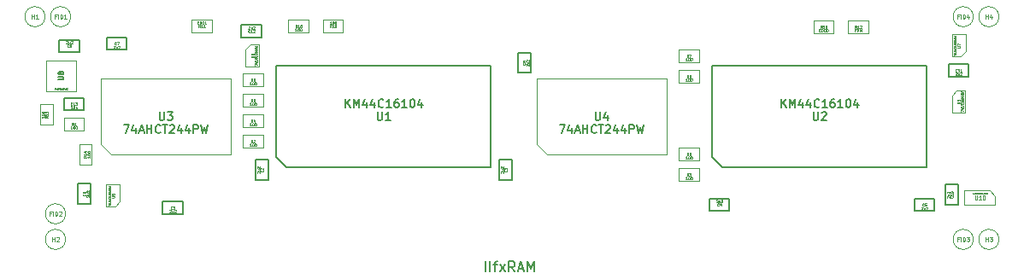
<source format=gbr>
G04 #@! TF.GenerationSoftware,KiCad,Pcbnew,(5.1.10-1-10_14)*
G04 #@! TF.CreationDate,2021-06-21T00:00:00-04:00*
G04 #@! TF.ProjectId,MacIIfxRAMSIMM,4d616349-4966-4785-9241-4d53494d4d2e,rev?*
G04 #@! TF.SameCoordinates,Original*
G04 #@! TF.FileFunction,Other,Fab,Top*
%FSLAX46Y46*%
G04 Gerber Fmt 4.6, Leading zero omitted, Abs format (unit mm)*
G04 Created by KiCad (PCBNEW (5.1.10-1-10_14)) date 2021-06-21 00:00:00*
%MOMM*%
%LPD*%
G01*
G04 APERTURE LIST*
%ADD10C,0.150000*%
%ADD11C,0.100000*%
%ADD12C,0.063500*%
%ADD13C,0.203200*%
%ADD14C,0.047625*%
%ADD15C,0.095250*%
%ADD16C,0.031750*%
%ADD17C,0.127000*%
G04 APERTURE END LIST*
D10*
X95260000Y-118087000D02*
X96510000Y-118087000D01*
X96510000Y-118087000D02*
X96510000Y-120087000D01*
X96510000Y-120087000D02*
X95260000Y-120087000D01*
X95260000Y-120087000D02*
X95260000Y-118087000D01*
X140510000Y-117812000D02*
X140510000Y-108772000D01*
X140510000Y-108772000D02*
X161750000Y-108772000D01*
X161750000Y-108772000D02*
X161750000Y-118812000D01*
X141510000Y-118812000D02*
X161750000Y-118812000D01*
X141510000Y-118812000D02*
X140510000Y-117812000D01*
X97330000Y-117812000D02*
X97330000Y-108772000D01*
X97330000Y-108772000D02*
X118570000Y-108772000D01*
X118570000Y-108772000D02*
X118570000Y-118812000D01*
X98330000Y-118812000D02*
X118570000Y-118812000D01*
X98330000Y-118812000D02*
X97330000Y-117812000D01*
D11*
X155940000Y-105527000D02*
X153940000Y-105527000D01*
X155940000Y-104277000D02*
X155940000Y-105527000D01*
X153940000Y-104277000D02*
X155940000Y-104277000D01*
X153940000Y-105527000D02*
X153940000Y-104277000D01*
X88916000Y-104213500D02*
X90916000Y-104213500D01*
X88916000Y-105463500D02*
X88916000Y-104213500D01*
X90916000Y-105463500D02*
X88916000Y-105463500D01*
X90916000Y-104213500D02*
X90916000Y-105463500D01*
D10*
X93850000Y-104725000D02*
X95850000Y-104725000D01*
X93850000Y-105975000D02*
X93850000Y-104725000D01*
X95850000Y-105975000D02*
X93850000Y-105975000D01*
X95850000Y-104725000D02*
X95850000Y-105975000D01*
D11*
X100504500Y-105463500D02*
X98504500Y-105463500D01*
X100504500Y-104213500D02*
X100504500Y-105463500D01*
X98504500Y-104213500D02*
X100504500Y-104213500D01*
X98504500Y-105463500D02*
X98504500Y-104213500D01*
X103933500Y-104213500D02*
X103933500Y-105463500D01*
X103933500Y-105463500D02*
X101933500Y-105463500D01*
X101933500Y-105463500D02*
X101933500Y-104213500D01*
X101933500Y-104213500D02*
X103933500Y-104213500D01*
X150511000Y-105527000D02*
X150511000Y-104277000D01*
X150511000Y-104277000D02*
X152511000Y-104277000D01*
X152511000Y-104277000D02*
X152511000Y-105527000D01*
X152511000Y-105527000D02*
X150511000Y-105527000D01*
X94770000Y-106650000D02*
X94270000Y-107150000D01*
X95620000Y-108850000D02*
X94270000Y-108850000D01*
X95620000Y-106650000D02*
X95620000Y-108850000D01*
X94270000Y-107150000D02*
X94270000Y-108850000D01*
X95620000Y-106650000D02*
X94770000Y-106650000D01*
X74406000Y-103886000D02*
G75*
G03*
X74406000Y-103886000I-1000000J0D01*
G01*
X79025000Y-118550000D02*
X77775000Y-118550000D01*
X77775000Y-118550000D02*
X77775000Y-116550000D01*
X77775000Y-116550000D02*
X79025000Y-116550000D01*
X79025000Y-116550000D02*
X79025000Y-118550000D01*
X73925000Y-114600000D02*
X73925000Y-112600000D01*
X75175000Y-114600000D02*
X73925000Y-114600000D01*
X75175000Y-112600000D02*
X75175000Y-114600000D01*
X73925000Y-112600000D02*
X75175000Y-112600000D01*
D10*
X163575000Y-122550000D02*
X163575000Y-120550000D01*
X164825000Y-122550000D02*
X163575000Y-122550000D01*
X164825000Y-120550000D02*
X164825000Y-122550000D01*
X163575000Y-120550000D02*
X164825000Y-120550000D01*
X88050000Y-123475000D02*
X86050000Y-123475000D01*
X88050000Y-122225000D02*
X88050000Y-123475000D01*
X86050000Y-122225000D02*
X88050000Y-122225000D01*
X86050000Y-123475000D02*
X86050000Y-122225000D01*
D11*
X165480000Y-121150000D02*
X165480000Y-122550000D01*
X168520000Y-122550000D02*
X165480000Y-122550000D01*
X167950000Y-121150000D02*
X168520000Y-121700000D01*
X168520000Y-121700000D02*
X168520000Y-122550000D01*
X167950000Y-121150000D02*
X165500000Y-121150000D01*
X124140000Y-117542000D02*
X123140000Y-116542000D01*
X135940000Y-117542000D02*
X124140000Y-117542000D01*
X135940000Y-110042000D02*
X135940000Y-117542000D01*
X123140000Y-110042000D02*
X135940000Y-110042000D01*
X123140000Y-116542000D02*
X123140000Y-110042000D01*
X77500000Y-111250000D02*
X74500000Y-111250000D01*
X74500000Y-108250000D02*
X77500000Y-108250000D01*
X77500000Y-108250000D02*
X77500000Y-111250000D01*
X74500000Y-111250000D02*
X74500000Y-108250000D01*
D10*
X163900000Y-109825000D02*
X163900000Y-108575000D01*
X163900000Y-108575000D02*
X165900000Y-108575000D01*
X165900000Y-108575000D02*
X165900000Y-109825000D01*
X165900000Y-109825000D02*
X163900000Y-109825000D01*
X140199500Y-121930000D02*
X142199500Y-121930000D01*
X140199500Y-123180000D02*
X140199500Y-121930000D01*
X142199500Y-123180000D02*
X140199500Y-123180000D01*
X142199500Y-121930000D02*
X142199500Y-123180000D01*
D11*
X76946000Y-103886000D02*
G75*
G03*
X76946000Y-103886000I-1000000J0D01*
G01*
X139176000Y-120195500D02*
X137176000Y-120195500D01*
X139176000Y-118945500D02*
X139176000Y-120195500D01*
X137176000Y-118945500D02*
X139176000Y-118945500D01*
X137176000Y-120195500D02*
X137176000Y-118945500D01*
X137176000Y-118163500D02*
X137176000Y-116913500D01*
X137176000Y-116913500D02*
X139176000Y-116913500D01*
X139176000Y-116913500D02*
X139176000Y-118163500D01*
X139176000Y-118163500D02*
X137176000Y-118163500D01*
X137176000Y-108384500D02*
X137176000Y-107134500D01*
X137176000Y-107134500D02*
X139176000Y-107134500D01*
X139176000Y-107134500D02*
X139176000Y-108384500D01*
X139176000Y-108384500D02*
X137176000Y-108384500D01*
X139176000Y-110416500D02*
X137176000Y-110416500D01*
X139176000Y-109166500D02*
X139176000Y-110416500D01*
X137176000Y-109166500D02*
X139176000Y-109166500D01*
X137176000Y-110416500D02*
X137176000Y-109166500D01*
X93996000Y-110797500D02*
X93996000Y-109547500D01*
X93996000Y-109547500D02*
X95996000Y-109547500D01*
X95996000Y-109547500D02*
X95996000Y-110797500D01*
X95996000Y-110797500D02*
X93996000Y-110797500D01*
X93996000Y-114861500D02*
X93996000Y-113611500D01*
X93996000Y-113611500D02*
X95996000Y-113611500D01*
X95996000Y-113611500D02*
X95996000Y-114861500D01*
X95996000Y-114861500D02*
X93996000Y-114861500D01*
X95996000Y-116893500D02*
X93996000Y-116893500D01*
X95996000Y-115643500D02*
X95996000Y-116893500D01*
X93996000Y-115643500D02*
X95996000Y-115643500D01*
X93996000Y-116893500D02*
X93996000Y-115643500D01*
X93996000Y-112829500D02*
X93996000Y-111579500D01*
X93996000Y-111579500D02*
X95996000Y-111579500D01*
X95996000Y-111579500D02*
X95996000Y-112829500D01*
X95996000Y-112829500D02*
X93996000Y-112829500D01*
X76438000Y-123444000D02*
G75*
G03*
X76438000Y-123444000I-1000000J0D01*
G01*
X166354000Y-125984000D02*
G75*
G03*
X166354000Y-125984000I-1000000J0D01*
G01*
X166354000Y-103886000D02*
G75*
G03*
X166354000Y-103886000I-1000000J0D01*
G01*
X76438000Y-125984000D02*
G75*
G03*
X76438000Y-125984000I-1000000J0D01*
G01*
X168894000Y-125984000D02*
G75*
G03*
X168894000Y-125984000I-1000000J0D01*
G01*
X168894000Y-103886000D02*
G75*
G03*
X168894000Y-103886000I-1000000J0D01*
G01*
X165570000Y-111200000D02*
X164720000Y-111200000D01*
X164220000Y-111700000D02*
X164220000Y-113400000D01*
X165570000Y-111200000D02*
X165570000Y-113400000D01*
X165570000Y-113400000D02*
X164220000Y-113400000D01*
X164720000Y-111200000D02*
X164220000Y-111700000D01*
X81330000Y-122750000D02*
X81830000Y-122250000D01*
X80480000Y-120550000D02*
X81830000Y-120550000D01*
X80480000Y-122750000D02*
X80480000Y-120550000D01*
X81830000Y-122250000D02*
X81830000Y-120550000D01*
X80480000Y-122750000D02*
X81330000Y-122750000D01*
X165080000Y-107850000D02*
X165580000Y-107350000D01*
X164230000Y-105650000D02*
X165580000Y-105650000D01*
X164230000Y-107850000D02*
X164230000Y-105650000D01*
X165580000Y-107350000D02*
X165580000Y-105650000D01*
X164230000Y-107850000D02*
X165080000Y-107850000D01*
X79960000Y-116542000D02*
X79960000Y-110042000D01*
X79960000Y-110042000D02*
X92760000Y-110042000D01*
X92760000Y-110042000D02*
X92760000Y-117542000D01*
X92760000Y-117542000D02*
X80960000Y-117542000D01*
X80960000Y-117542000D02*
X79960000Y-116542000D01*
X76250000Y-115175000D02*
X76250000Y-113925000D01*
X76250000Y-113925000D02*
X78250000Y-113925000D01*
X78250000Y-113925000D02*
X78250000Y-115175000D01*
X78250000Y-115175000D02*
X76250000Y-115175000D01*
D10*
X119390000Y-120087000D02*
X119390000Y-118087000D01*
X120640000Y-120087000D02*
X119390000Y-120087000D01*
X120640000Y-118087000D02*
X120640000Y-120087000D01*
X119390000Y-118087000D02*
X120640000Y-118087000D01*
X162505000Y-123180000D02*
X160505000Y-123180000D01*
X162505000Y-121930000D02*
X162505000Y-123180000D01*
X160505000Y-121930000D02*
X162505000Y-121930000D01*
X160505000Y-123180000D02*
X160505000Y-121930000D01*
X80495000Y-107178000D02*
X80495000Y-105928000D01*
X80495000Y-105928000D02*
X82495000Y-105928000D01*
X82495000Y-105928000D02*
X82495000Y-107178000D01*
X82495000Y-107178000D02*
X80495000Y-107178000D01*
X122481500Y-109458000D02*
X121231500Y-109458000D01*
X121231500Y-109458000D02*
X121231500Y-107458000D01*
X121231500Y-107458000D02*
X122481500Y-107458000D01*
X122481500Y-107458000D02*
X122481500Y-109458000D01*
X78250000Y-113175000D02*
X76250000Y-113175000D01*
X78250000Y-111925000D02*
X78250000Y-113175000D01*
X76250000Y-111925000D02*
X78250000Y-111925000D01*
X76250000Y-113175000D02*
X76250000Y-111925000D01*
X78925000Y-120450000D02*
X78925000Y-122450000D01*
X77675000Y-120450000D02*
X78925000Y-120450000D01*
X77675000Y-122450000D02*
X77675000Y-120450000D01*
X78925000Y-122450000D02*
X77675000Y-122450000D01*
X77800000Y-106175000D02*
X77800000Y-107425000D01*
X77800000Y-107425000D02*
X75800000Y-107425000D01*
X75800000Y-107425000D02*
X75800000Y-106175000D01*
X75800000Y-106175000D02*
X77800000Y-106175000D01*
D12*
X95975714Y-119129333D02*
X95987809Y-119141428D01*
X95999904Y-119177714D01*
X95999904Y-119201904D01*
X95987809Y-119238190D01*
X95963619Y-119262380D01*
X95939428Y-119274476D01*
X95891047Y-119286571D01*
X95854761Y-119286571D01*
X95806380Y-119274476D01*
X95782190Y-119262380D01*
X95758000Y-119238190D01*
X95745904Y-119201904D01*
X95745904Y-119177714D01*
X95758000Y-119141428D01*
X95770095Y-119129333D01*
X95770095Y-119032571D02*
X95758000Y-119020476D01*
X95745904Y-118996285D01*
X95745904Y-118935809D01*
X95758000Y-118911619D01*
X95770095Y-118899523D01*
X95794285Y-118887428D01*
X95818476Y-118887428D01*
X95854761Y-118899523D01*
X95999904Y-119044666D01*
X95999904Y-118887428D01*
X95420095Y-119395428D02*
X95408000Y-119383333D01*
X95395904Y-119359142D01*
X95395904Y-119298666D01*
X95408000Y-119274476D01*
X95420095Y-119262380D01*
X95444285Y-119250285D01*
X95468476Y-119250285D01*
X95504761Y-119262380D01*
X95649904Y-119407523D01*
X95649904Y-119250285D01*
X95480571Y-119032571D02*
X95649904Y-119032571D01*
X95480571Y-119141428D02*
X95613619Y-119141428D01*
X95637809Y-119129333D01*
X95649904Y-119105142D01*
X95649904Y-119068857D01*
X95637809Y-119044666D01*
X95625714Y-119032571D01*
X95420095Y-118923714D02*
X95408000Y-118911619D01*
X95395904Y-118887428D01*
X95395904Y-118826952D01*
X95408000Y-118802761D01*
X95420095Y-118790666D01*
X95444285Y-118778571D01*
X95468476Y-118778571D01*
X95504761Y-118790666D01*
X95649904Y-118935809D01*
X95649904Y-118778571D01*
D13*
X150510723Y-113346895D02*
X150510723Y-114004876D01*
X150549428Y-114082285D01*
X150588133Y-114120990D01*
X150665542Y-114159695D01*
X150820361Y-114159695D01*
X150897771Y-114120990D01*
X150936476Y-114082285D01*
X150975180Y-114004876D01*
X150975180Y-113346895D01*
X151323523Y-113424304D02*
X151362228Y-113385600D01*
X151439638Y-113346895D01*
X151633161Y-113346895D01*
X151710571Y-113385600D01*
X151749276Y-113424304D01*
X151787980Y-113501714D01*
X151787980Y-113579123D01*
X151749276Y-113695238D01*
X151284819Y-114159695D01*
X151787980Y-114159695D01*
X147336933Y-112889695D02*
X147336933Y-112076895D01*
X147801390Y-112889695D02*
X147453047Y-112425238D01*
X147801390Y-112076895D02*
X147336933Y-112541352D01*
X148149733Y-112889695D02*
X148149733Y-112076895D01*
X148420666Y-112657466D01*
X148691600Y-112076895D01*
X148691600Y-112889695D01*
X149426990Y-112347828D02*
X149426990Y-112889695D01*
X149233466Y-112038190D02*
X149039942Y-112618761D01*
X149543104Y-112618761D01*
X150201085Y-112347828D02*
X150201085Y-112889695D01*
X150007561Y-112038190D02*
X149814038Y-112618761D01*
X150317200Y-112618761D01*
X151091295Y-112812285D02*
X151052590Y-112850990D01*
X150936476Y-112889695D01*
X150859066Y-112889695D01*
X150742952Y-112850990D01*
X150665542Y-112773580D01*
X150626838Y-112696171D01*
X150588133Y-112541352D01*
X150588133Y-112425238D01*
X150626838Y-112270419D01*
X150665542Y-112193009D01*
X150742952Y-112115600D01*
X150859066Y-112076895D01*
X150936476Y-112076895D01*
X151052590Y-112115600D01*
X151091295Y-112154304D01*
X151865390Y-112889695D02*
X151400933Y-112889695D01*
X151633161Y-112889695D02*
X151633161Y-112076895D01*
X151555752Y-112193009D01*
X151478342Y-112270419D01*
X151400933Y-112309123D01*
X152562076Y-112076895D02*
X152407257Y-112076895D01*
X152329847Y-112115600D01*
X152291142Y-112154304D01*
X152213733Y-112270419D01*
X152175028Y-112425238D01*
X152175028Y-112734876D01*
X152213733Y-112812285D01*
X152252438Y-112850990D01*
X152329847Y-112889695D01*
X152484666Y-112889695D01*
X152562076Y-112850990D01*
X152600780Y-112812285D01*
X152639485Y-112734876D01*
X152639485Y-112541352D01*
X152600780Y-112463942D01*
X152562076Y-112425238D01*
X152484666Y-112386533D01*
X152329847Y-112386533D01*
X152252438Y-112425238D01*
X152213733Y-112463942D01*
X152175028Y-112541352D01*
X153413580Y-112889695D02*
X152949123Y-112889695D01*
X153181352Y-112889695D02*
X153181352Y-112076895D01*
X153103942Y-112193009D01*
X153026533Y-112270419D01*
X152949123Y-112309123D01*
X153916742Y-112076895D02*
X153994152Y-112076895D01*
X154071561Y-112115600D01*
X154110266Y-112154304D01*
X154148971Y-112231714D01*
X154187676Y-112386533D01*
X154187676Y-112580057D01*
X154148971Y-112734876D01*
X154110266Y-112812285D01*
X154071561Y-112850990D01*
X153994152Y-112889695D01*
X153916742Y-112889695D01*
X153839333Y-112850990D01*
X153800628Y-112812285D01*
X153761923Y-112734876D01*
X153723219Y-112580057D01*
X153723219Y-112386533D01*
X153761923Y-112231714D01*
X153800628Y-112154304D01*
X153839333Y-112115600D01*
X153916742Y-112076895D01*
X154884361Y-112347828D02*
X154884361Y-112889695D01*
X154690838Y-112038190D02*
X154497314Y-112618761D01*
X155000476Y-112618761D01*
X107330723Y-113346895D02*
X107330723Y-114004876D01*
X107369428Y-114082285D01*
X107408133Y-114120990D01*
X107485542Y-114159695D01*
X107640361Y-114159695D01*
X107717771Y-114120990D01*
X107756476Y-114082285D01*
X107795180Y-114004876D01*
X107795180Y-113346895D01*
X108607980Y-114159695D02*
X108143523Y-114159695D01*
X108375752Y-114159695D02*
X108375752Y-113346895D01*
X108298342Y-113463009D01*
X108220933Y-113540419D01*
X108143523Y-113579123D01*
X104156933Y-112889695D02*
X104156933Y-112076895D01*
X104621390Y-112889695D02*
X104273047Y-112425238D01*
X104621390Y-112076895D02*
X104156933Y-112541352D01*
X104969733Y-112889695D02*
X104969733Y-112076895D01*
X105240666Y-112657466D01*
X105511600Y-112076895D01*
X105511600Y-112889695D01*
X106246990Y-112347828D02*
X106246990Y-112889695D01*
X106053466Y-112038190D02*
X105859942Y-112618761D01*
X106363104Y-112618761D01*
X107021085Y-112347828D02*
X107021085Y-112889695D01*
X106827561Y-112038190D02*
X106634038Y-112618761D01*
X107137200Y-112618761D01*
X107911295Y-112812285D02*
X107872590Y-112850990D01*
X107756476Y-112889695D01*
X107679066Y-112889695D01*
X107562952Y-112850990D01*
X107485542Y-112773580D01*
X107446838Y-112696171D01*
X107408133Y-112541352D01*
X107408133Y-112425238D01*
X107446838Y-112270419D01*
X107485542Y-112193009D01*
X107562952Y-112115600D01*
X107679066Y-112076895D01*
X107756476Y-112076895D01*
X107872590Y-112115600D01*
X107911295Y-112154304D01*
X108685390Y-112889695D02*
X108220933Y-112889695D01*
X108453161Y-112889695D02*
X108453161Y-112076895D01*
X108375752Y-112193009D01*
X108298342Y-112270419D01*
X108220933Y-112309123D01*
X109382076Y-112076895D02*
X109227257Y-112076895D01*
X109149847Y-112115600D01*
X109111142Y-112154304D01*
X109033733Y-112270419D01*
X108995028Y-112425238D01*
X108995028Y-112734876D01*
X109033733Y-112812285D01*
X109072438Y-112850990D01*
X109149847Y-112889695D01*
X109304666Y-112889695D01*
X109382076Y-112850990D01*
X109420780Y-112812285D01*
X109459485Y-112734876D01*
X109459485Y-112541352D01*
X109420780Y-112463942D01*
X109382076Y-112425238D01*
X109304666Y-112386533D01*
X109149847Y-112386533D01*
X109072438Y-112425238D01*
X109033733Y-112463942D01*
X108995028Y-112541352D01*
X110233580Y-112889695D02*
X109769123Y-112889695D01*
X110001352Y-112889695D02*
X110001352Y-112076895D01*
X109923942Y-112193009D01*
X109846533Y-112270419D01*
X109769123Y-112309123D01*
X110736742Y-112076895D02*
X110814152Y-112076895D01*
X110891561Y-112115600D01*
X110930266Y-112154304D01*
X110968971Y-112231714D01*
X111007676Y-112386533D01*
X111007676Y-112580057D01*
X110968971Y-112734876D01*
X110930266Y-112812285D01*
X110891561Y-112850990D01*
X110814152Y-112889695D01*
X110736742Y-112889695D01*
X110659333Y-112850990D01*
X110620628Y-112812285D01*
X110581923Y-112734876D01*
X110543219Y-112580057D01*
X110543219Y-112386533D01*
X110581923Y-112231714D01*
X110620628Y-112154304D01*
X110659333Y-112115600D01*
X110736742Y-112076895D01*
X111704361Y-112347828D02*
X111704361Y-112889695D01*
X111510838Y-112038190D02*
X111317314Y-112618761D01*
X111820476Y-112618761D01*
D12*
X154776714Y-105016904D02*
X154692047Y-104895952D01*
X154631571Y-105016904D02*
X154631571Y-104762904D01*
X154728333Y-104762904D01*
X154752523Y-104775000D01*
X154764619Y-104787095D01*
X154776714Y-104811285D01*
X154776714Y-104847571D01*
X154764619Y-104871761D01*
X154752523Y-104883857D01*
X154728333Y-104895952D01*
X154631571Y-104895952D01*
X155018619Y-105016904D02*
X154873476Y-105016904D01*
X154946047Y-105016904D02*
X154946047Y-104762904D01*
X154921857Y-104799190D01*
X154897666Y-104823380D01*
X154873476Y-104835476D01*
X155115380Y-104787095D02*
X155127476Y-104775000D01*
X155151666Y-104762904D01*
X155212142Y-104762904D01*
X155236333Y-104775000D01*
X155248428Y-104787095D01*
X155260523Y-104811285D01*
X155260523Y-104835476D01*
X155248428Y-104871761D01*
X155103285Y-105016904D01*
X155260523Y-105016904D01*
X154704142Y-105233857D02*
X154619476Y-105233857D01*
X154619476Y-105366904D02*
X154619476Y-105112904D01*
X154740428Y-105112904D01*
X154837190Y-105366904D02*
X154837190Y-105112904D01*
X154933952Y-105112904D01*
X154958142Y-105125000D01*
X154970238Y-105137095D01*
X154982333Y-105161285D01*
X154982333Y-105197571D01*
X154970238Y-105221761D01*
X154958142Y-105233857D01*
X154933952Y-105245952D01*
X154837190Y-105245952D01*
X155091190Y-105366904D02*
X155091190Y-105112904D01*
X155175857Y-105294333D01*
X155260523Y-105112904D01*
X155260523Y-105366904D01*
X89752714Y-104953404D02*
X89668047Y-104832452D01*
X89607571Y-104953404D02*
X89607571Y-104699404D01*
X89704333Y-104699404D01*
X89728523Y-104711500D01*
X89740619Y-104723595D01*
X89752714Y-104747785D01*
X89752714Y-104784071D01*
X89740619Y-104808261D01*
X89728523Y-104820357D01*
X89704333Y-104832452D01*
X89607571Y-104832452D01*
X89994619Y-104953404D02*
X89849476Y-104953404D01*
X89922047Y-104953404D02*
X89922047Y-104699404D01*
X89897857Y-104735690D01*
X89873666Y-104759880D01*
X89849476Y-104771976D01*
X90236523Y-104953404D02*
X90091380Y-104953404D01*
X90163952Y-104953404D02*
X90163952Y-104699404D01*
X90139761Y-104735690D01*
X90115571Y-104759880D01*
X90091380Y-104771976D01*
X89480571Y-104470357D02*
X89565238Y-104470357D01*
X89601523Y-104603404D02*
X89480571Y-104603404D01*
X89480571Y-104349404D01*
X89601523Y-104349404D01*
X89710380Y-104603404D02*
X89710380Y-104349404D01*
X89770857Y-104349404D01*
X89807142Y-104361500D01*
X89831333Y-104385690D01*
X89843428Y-104409880D01*
X89855523Y-104458261D01*
X89855523Y-104494547D01*
X89843428Y-104542928D01*
X89831333Y-104567119D01*
X89807142Y-104591309D01*
X89770857Y-104603404D01*
X89710380Y-104603404D01*
X90012761Y-104349404D02*
X90061142Y-104349404D01*
X90085333Y-104361500D01*
X90109523Y-104385690D01*
X90121619Y-104434071D01*
X90121619Y-104518738D01*
X90109523Y-104567119D01*
X90085333Y-104591309D01*
X90061142Y-104603404D01*
X90012761Y-104603404D01*
X89988571Y-104591309D01*
X89964380Y-104567119D01*
X89952285Y-104518738D01*
X89952285Y-104434071D01*
X89964380Y-104385690D01*
X89988571Y-104361500D01*
X90012761Y-104349404D01*
X90363523Y-104603404D02*
X90218380Y-104603404D01*
X90290952Y-104603404D02*
X90290952Y-104349404D01*
X90266761Y-104385690D01*
X90242571Y-104409880D01*
X90218380Y-104421976D01*
X94686714Y-105440714D02*
X94674619Y-105452809D01*
X94638333Y-105464904D01*
X94614142Y-105464904D01*
X94577857Y-105452809D01*
X94553666Y-105428619D01*
X94541571Y-105404428D01*
X94529476Y-105356047D01*
X94529476Y-105319761D01*
X94541571Y-105271380D01*
X94553666Y-105247190D01*
X94577857Y-105223000D01*
X94614142Y-105210904D01*
X94638333Y-105210904D01*
X94674619Y-105223000D01*
X94686714Y-105235095D01*
X94928619Y-105464904D02*
X94783476Y-105464904D01*
X94856047Y-105464904D02*
X94856047Y-105210904D01*
X94831857Y-105247190D01*
X94807666Y-105271380D01*
X94783476Y-105283476D01*
X95025380Y-105235095D02*
X95037476Y-105223000D01*
X95061666Y-105210904D01*
X95122142Y-105210904D01*
X95146333Y-105223000D01*
X95158428Y-105235095D01*
X95170523Y-105259285D01*
X95170523Y-105283476D01*
X95158428Y-105319761D01*
X95013285Y-105464904D01*
X95170523Y-105464904D01*
X94541571Y-104885095D02*
X94553666Y-104873000D01*
X94577857Y-104860904D01*
X94638333Y-104860904D01*
X94662523Y-104873000D01*
X94674619Y-104885095D01*
X94686714Y-104909285D01*
X94686714Y-104933476D01*
X94674619Y-104969761D01*
X94529476Y-105114904D01*
X94686714Y-105114904D01*
X94904428Y-104945571D02*
X94904428Y-105114904D01*
X94795571Y-104945571D02*
X94795571Y-105078619D01*
X94807666Y-105102809D01*
X94831857Y-105114904D01*
X94868142Y-105114904D01*
X94892333Y-105102809D01*
X94904428Y-105090714D01*
X95013285Y-104885095D02*
X95025380Y-104873000D01*
X95049571Y-104860904D01*
X95110047Y-104860904D01*
X95134238Y-104873000D01*
X95146333Y-104885095D01*
X95158428Y-104909285D01*
X95158428Y-104933476D01*
X95146333Y-104969761D01*
X95001190Y-105114904D01*
X95158428Y-105114904D01*
X99341214Y-104953404D02*
X99256547Y-104832452D01*
X99196071Y-104953404D02*
X99196071Y-104699404D01*
X99292833Y-104699404D01*
X99317023Y-104711500D01*
X99329119Y-104723595D01*
X99341214Y-104747785D01*
X99341214Y-104784071D01*
X99329119Y-104808261D01*
X99317023Y-104820357D01*
X99292833Y-104832452D01*
X99196071Y-104832452D01*
X99583119Y-104953404D02*
X99437976Y-104953404D01*
X99510547Y-104953404D02*
X99510547Y-104699404D01*
X99486357Y-104735690D01*
X99462166Y-104759880D01*
X99437976Y-104771976D01*
X99800833Y-104699404D02*
X99752452Y-104699404D01*
X99728261Y-104711500D01*
X99716166Y-104723595D01*
X99691976Y-104759880D01*
X99679880Y-104808261D01*
X99679880Y-104905023D01*
X99691976Y-104929214D01*
X99704071Y-104941309D01*
X99728261Y-104953404D01*
X99776642Y-104953404D01*
X99800833Y-104941309D01*
X99812928Y-104929214D01*
X99825023Y-104905023D01*
X99825023Y-104844547D01*
X99812928Y-104820357D01*
X99800833Y-104808261D01*
X99776642Y-104796166D01*
X99728261Y-104796166D01*
X99704071Y-104808261D01*
X99691976Y-104820357D01*
X99679880Y-104844547D01*
X99335166Y-105303404D02*
X99190023Y-105303404D01*
X99262595Y-105303404D02*
X99262595Y-105049404D01*
X99238404Y-105085690D01*
X99214214Y-105109880D01*
X99190023Y-105121976D01*
X99492404Y-105049404D02*
X99516595Y-105049404D01*
X99540785Y-105061500D01*
X99552880Y-105073595D01*
X99564976Y-105097785D01*
X99577071Y-105146166D01*
X99577071Y-105206642D01*
X99564976Y-105255023D01*
X99552880Y-105279214D01*
X99540785Y-105291309D01*
X99516595Y-105303404D01*
X99492404Y-105303404D01*
X99468214Y-105291309D01*
X99456119Y-105279214D01*
X99444023Y-105255023D01*
X99431928Y-105206642D01*
X99431928Y-105146166D01*
X99444023Y-105097785D01*
X99456119Y-105073595D01*
X99468214Y-105061500D01*
X99492404Y-105049404D01*
X99734309Y-105049404D02*
X99758500Y-105049404D01*
X99782690Y-105061500D01*
X99794785Y-105073595D01*
X99806880Y-105097785D01*
X99818976Y-105146166D01*
X99818976Y-105206642D01*
X99806880Y-105255023D01*
X99794785Y-105279214D01*
X99782690Y-105291309D01*
X99758500Y-105303404D01*
X99734309Y-105303404D01*
X99710119Y-105291309D01*
X99698023Y-105279214D01*
X99685928Y-105255023D01*
X99673833Y-105206642D01*
X99673833Y-105146166D01*
X99685928Y-105097785D01*
X99698023Y-105073595D01*
X99710119Y-105061500D01*
X99734309Y-105049404D01*
X102770214Y-104953404D02*
X102685547Y-104832452D01*
X102625071Y-104953404D02*
X102625071Y-104699404D01*
X102721833Y-104699404D01*
X102746023Y-104711500D01*
X102758119Y-104723595D01*
X102770214Y-104747785D01*
X102770214Y-104784071D01*
X102758119Y-104808261D01*
X102746023Y-104820357D01*
X102721833Y-104832452D01*
X102625071Y-104832452D01*
X103012119Y-104953404D02*
X102866976Y-104953404D01*
X102939547Y-104953404D02*
X102939547Y-104699404D01*
X102915357Y-104735690D01*
X102891166Y-104759880D01*
X102866976Y-104771976D01*
X103241928Y-104699404D02*
X103120976Y-104699404D01*
X103108880Y-104820357D01*
X103120976Y-104808261D01*
X103145166Y-104796166D01*
X103205642Y-104796166D01*
X103229833Y-104808261D01*
X103241928Y-104820357D01*
X103254023Y-104844547D01*
X103254023Y-104905023D01*
X103241928Y-104929214D01*
X103229833Y-104941309D01*
X103205642Y-104953404D01*
X103145166Y-104953404D01*
X103120976Y-104941309D01*
X103108880Y-104929214D01*
X102764166Y-104603404D02*
X102619023Y-104603404D01*
X102691595Y-104603404D02*
X102691595Y-104349404D01*
X102667404Y-104385690D01*
X102643214Y-104409880D01*
X102619023Y-104421976D01*
X102921404Y-104349404D02*
X102945595Y-104349404D01*
X102969785Y-104361500D01*
X102981880Y-104373595D01*
X102993976Y-104397785D01*
X103006071Y-104446166D01*
X103006071Y-104506642D01*
X102993976Y-104555023D01*
X102981880Y-104579214D01*
X102969785Y-104591309D01*
X102945595Y-104603404D01*
X102921404Y-104603404D01*
X102897214Y-104591309D01*
X102885119Y-104579214D01*
X102873023Y-104555023D01*
X102860928Y-104506642D01*
X102860928Y-104446166D01*
X102873023Y-104397785D01*
X102885119Y-104373595D01*
X102897214Y-104361500D01*
X102921404Y-104349404D01*
X103163309Y-104349404D02*
X103187500Y-104349404D01*
X103211690Y-104361500D01*
X103223785Y-104373595D01*
X103235880Y-104397785D01*
X103247976Y-104446166D01*
X103247976Y-104506642D01*
X103235880Y-104555023D01*
X103223785Y-104579214D01*
X103211690Y-104591309D01*
X103187500Y-104603404D01*
X103163309Y-104603404D01*
X103139119Y-104591309D01*
X103127023Y-104579214D01*
X103114928Y-104555023D01*
X103102833Y-104506642D01*
X103102833Y-104446166D01*
X103114928Y-104397785D01*
X103127023Y-104373595D01*
X103139119Y-104361500D01*
X103163309Y-104349404D01*
X151347714Y-105016904D02*
X151263047Y-104895952D01*
X151202571Y-105016904D02*
X151202571Y-104762904D01*
X151299333Y-104762904D01*
X151323523Y-104775000D01*
X151335619Y-104787095D01*
X151347714Y-104811285D01*
X151347714Y-104847571D01*
X151335619Y-104871761D01*
X151323523Y-104883857D01*
X151299333Y-104895952D01*
X151202571Y-104895952D01*
X151589619Y-105016904D02*
X151444476Y-105016904D01*
X151517047Y-105016904D02*
X151517047Y-104762904D01*
X151492857Y-104799190D01*
X151468666Y-104823380D01*
X151444476Y-104835476D01*
X151746857Y-104762904D02*
X151771047Y-104762904D01*
X151795238Y-104775000D01*
X151807333Y-104787095D01*
X151819428Y-104811285D01*
X151831523Y-104859666D01*
X151831523Y-104920142D01*
X151819428Y-104968523D01*
X151807333Y-104992714D01*
X151795238Y-105004809D01*
X151771047Y-105016904D01*
X151746857Y-105016904D01*
X151722666Y-105004809D01*
X151710571Y-104992714D01*
X151698476Y-104968523D01*
X151686380Y-104920142D01*
X151686380Y-104859666D01*
X151698476Y-104811285D01*
X151710571Y-104787095D01*
X151722666Y-104775000D01*
X151746857Y-104762904D01*
X151075571Y-105233857D02*
X151160238Y-105233857D01*
X151196523Y-105366904D02*
X151075571Y-105366904D01*
X151075571Y-105112904D01*
X151196523Y-105112904D01*
X151305380Y-105366904D02*
X151305380Y-105112904D01*
X151365857Y-105112904D01*
X151402142Y-105125000D01*
X151426333Y-105149190D01*
X151438428Y-105173380D01*
X151450523Y-105221761D01*
X151450523Y-105258047D01*
X151438428Y-105306428D01*
X151426333Y-105330619D01*
X151402142Y-105354809D01*
X151365857Y-105366904D01*
X151305380Y-105366904D01*
X151607761Y-105112904D02*
X151656142Y-105112904D01*
X151680333Y-105125000D01*
X151704523Y-105149190D01*
X151716619Y-105197571D01*
X151716619Y-105282238D01*
X151704523Y-105330619D01*
X151680333Y-105354809D01*
X151656142Y-105366904D01*
X151607761Y-105366904D01*
X151583571Y-105354809D01*
X151559380Y-105330619D01*
X151547285Y-105282238D01*
X151547285Y-105197571D01*
X151559380Y-105149190D01*
X151583571Y-105125000D01*
X151607761Y-105112904D01*
X151873857Y-105112904D02*
X151898047Y-105112904D01*
X151922238Y-105125000D01*
X151934333Y-105137095D01*
X151946428Y-105161285D01*
X151958523Y-105209666D01*
X151958523Y-105270142D01*
X151946428Y-105318523D01*
X151934333Y-105342714D01*
X151922238Y-105354809D01*
X151898047Y-105366904D01*
X151873857Y-105366904D01*
X151849666Y-105354809D01*
X151837571Y-105342714D01*
X151825476Y-105318523D01*
X151813380Y-105270142D01*
X151813380Y-105209666D01*
X151825476Y-105161285D01*
X151837571Y-105137095D01*
X151849666Y-105125000D01*
X151873857Y-105112904D01*
X94810904Y-107943523D02*
X95016523Y-107943523D01*
X95040714Y-107931428D01*
X95052809Y-107919333D01*
X95064904Y-107895142D01*
X95064904Y-107846761D01*
X95052809Y-107822571D01*
X95040714Y-107810476D01*
X95016523Y-107798380D01*
X94810904Y-107798380D01*
X95064904Y-107665333D02*
X95064904Y-107616952D01*
X95052809Y-107592761D01*
X95040714Y-107580666D01*
X95004428Y-107556476D01*
X94956047Y-107544380D01*
X94859285Y-107544380D01*
X94835095Y-107556476D01*
X94823000Y-107568571D01*
X94810904Y-107592761D01*
X94810904Y-107641142D01*
X94823000Y-107665333D01*
X94835095Y-107677428D01*
X94859285Y-107689523D01*
X94919761Y-107689523D01*
X94943952Y-107677428D01*
X94956047Y-107665333D01*
X94968142Y-107641142D01*
X94968142Y-107592761D01*
X94956047Y-107568571D01*
X94943952Y-107556476D01*
X94919761Y-107544380D01*
D14*
X95195678Y-108729714D02*
X95195678Y-108602714D01*
X95386178Y-108684357D01*
X95259178Y-108448500D02*
X95386178Y-108448500D01*
X95186607Y-108493857D02*
X95322678Y-108539214D01*
X95322678Y-108421285D01*
X95386178Y-108258000D02*
X95386178Y-108348714D01*
X95195678Y-108348714D01*
X95195678Y-108221714D02*
X95386178Y-108158214D01*
X95195678Y-108094714D01*
X95368035Y-107922357D02*
X95377107Y-107931428D01*
X95386178Y-107958642D01*
X95386178Y-107976785D01*
X95377107Y-108004000D01*
X95358964Y-108022142D01*
X95340821Y-108031214D01*
X95304535Y-108040285D01*
X95277321Y-108040285D01*
X95241035Y-108031214D01*
X95222892Y-108022142D01*
X95204750Y-108004000D01*
X95195678Y-107976785D01*
X95195678Y-107958642D01*
X95204750Y-107931428D01*
X95213821Y-107922357D01*
X95386178Y-107740928D02*
X95386178Y-107849785D01*
X95386178Y-107795357D02*
X95195678Y-107795357D01*
X95222892Y-107813500D01*
X95241035Y-107831642D01*
X95250107Y-107849785D01*
X95204750Y-107559500D02*
X95195678Y-107577642D01*
X95195678Y-107604857D01*
X95204750Y-107632071D01*
X95222892Y-107650214D01*
X95241035Y-107659285D01*
X95277321Y-107668357D01*
X95304535Y-107668357D01*
X95340821Y-107659285D01*
X95358964Y-107650214D01*
X95377107Y-107632071D01*
X95386178Y-107604857D01*
X95386178Y-107586714D01*
X95377107Y-107559500D01*
X95368035Y-107550428D01*
X95304535Y-107550428D01*
X95304535Y-107586714D01*
X95195678Y-107432500D02*
X95195678Y-107414357D01*
X95204750Y-107396214D01*
X95213821Y-107387142D01*
X95231964Y-107378071D01*
X95268250Y-107369000D01*
X95313607Y-107369000D01*
X95349892Y-107378071D01*
X95368035Y-107387142D01*
X95377107Y-107396214D01*
X95386178Y-107414357D01*
X95386178Y-107432500D01*
X95377107Y-107450642D01*
X95368035Y-107459714D01*
X95349892Y-107468785D01*
X95313607Y-107477857D01*
X95268250Y-107477857D01*
X95231964Y-107468785D01*
X95213821Y-107459714D01*
X95204750Y-107450642D01*
X95195678Y-107432500D01*
X95259178Y-107205714D02*
X95386178Y-107205714D01*
X95186607Y-107251071D02*
X95322678Y-107296428D01*
X95322678Y-107178500D01*
X95204750Y-107006142D02*
X95195678Y-107024285D01*
X95195678Y-107051500D01*
X95204750Y-107078714D01*
X95222892Y-107096857D01*
X95241035Y-107105928D01*
X95277321Y-107115000D01*
X95304535Y-107115000D01*
X95340821Y-107105928D01*
X95358964Y-107096857D01*
X95377107Y-107078714D01*
X95386178Y-107051500D01*
X95386178Y-107033357D01*
X95377107Y-107006142D01*
X95368035Y-106997071D01*
X95304535Y-106997071D01*
X95304535Y-107033357D01*
X95195678Y-106933571D02*
X95386178Y-106888214D01*
X95250107Y-106851928D01*
X95386178Y-106815642D01*
X95195678Y-106770285D01*
D11*
X73101238Y-104066952D02*
X73101238Y-103666952D01*
X73101238Y-103857428D02*
X73329809Y-103857428D01*
X73329809Y-104066952D02*
X73329809Y-103666952D01*
X73729809Y-104066952D02*
X73501238Y-104066952D01*
X73615523Y-104066952D02*
X73615523Y-103666952D01*
X73577428Y-103724095D01*
X73539333Y-103762190D01*
X73501238Y-103781238D01*
D12*
X78514904Y-117713285D02*
X78393952Y-117797952D01*
X78514904Y-117858428D02*
X78260904Y-117858428D01*
X78260904Y-117761666D01*
X78273000Y-117737476D01*
X78285095Y-117725380D01*
X78309285Y-117713285D01*
X78345571Y-117713285D01*
X78369761Y-117725380D01*
X78381857Y-117737476D01*
X78393952Y-117761666D01*
X78393952Y-117858428D01*
X78514904Y-117471380D02*
X78514904Y-117616523D01*
X78514904Y-117543952D02*
X78260904Y-117543952D01*
X78297190Y-117568142D01*
X78321380Y-117592333D01*
X78333476Y-117616523D01*
X78345571Y-117253666D02*
X78514904Y-117253666D01*
X78248809Y-117314142D02*
X78430238Y-117374619D01*
X78430238Y-117217380D01*
X78864904Y-117719333D02*
X78864904Y-117864476D01*
X78864904Y-117791904D02*
X78610904Y-117791904D01*
X78647190Y-117816095D01*
X78671380Y-117840285D01*
X78683476Y-117864476D01*
X78610904Y-117562095D02*
X78610904Y-117537904D01*
X78623000Y-117513714D01*
X78635095Y-117501619D01*
X78659285Y-117489523D01*
X78707666Y-117477428D01*
X78768142Y-117477428D01*
X78816523Y-117489523D01*
X78840714Y-117501619D01*
X78852809Y-117513714D01*
X78864904Y-117537904D01*
X78864904Y-117562095D01*
X78852809Y-117586285D01*
X78840714Y-117598380D01*
X78816523Y-117610476D01*
X78768142Y-117622571D01*
X78707666Y-117622571D01*
X78659285Y-117610476D01*
X78635095Y-117598380D01*
X78623000Y-117586285D01*
X78610904Y-117562095D01*
X78610904Y-117320190D02*
X78610904Y-117296000D01*
X78623000Y-117271809D01*
X78635095Y-117259714D01*
X78659285Y-117247619D01*
X78707666Y-117235523D01*
X78768142Y-117235523D01*
X78816523Y-117247619D01*
X78840714Y-117259714D01*
X78852809Y-117271809D01*
X78864904Y-117296000D01*
X78864904Y-117320190D01*
X78852809Y-117344380D01*
X78840714Y-117356476D01*
X78816523Y-117368571D01*
X78768142Y-117380666D01*
X78707666Y-117380666D01*
X78659285Y-117368571D01*
X78635095Y-117356476D01*
X78623000Y-117344380D01*
X78610904Y-117320190D01*
X74664904Y-113763285D02*
X74543952Y-113847952D01*
X74664904Y-113908428D02*
X74410904Y-113908428D01*
X74410904Y-113811666D01*
X74423000Y-113787476D01*
X74435095Y-113775380D01*
X74459285Y-113763285D01*
X74495571Y-113763285D01*
X74519761Y-113775380D01*
X74531857Y-113787476D01*
X74543952Y-113811666D01*
X74543952Y-113908428D01*
X74664904Y-113521380D02*
X74664904Y-113666523D01*
X74664904Y-113593952D02*
X74410904Y-113593952D01*
X74447190Y-113618142D01*
X74471380Y-113642333D01*
X74483476Y-113666523D01*
X74410904Y-113436714D02*
X74410904Y-113279476D01*
X74507666Y-113364142D01*
X74507666Y-113327857D01*
X74519761Y-113303666D01*
X74531857Y-113291571D01*
X74556047Y-113279476D01*
X74616523Y-113279476D01*
X74640714Y-113291571D01*
X74652809Y-113303666D01*
X74664904Y-113327857D01*
X74664904Y-113400428D01*
X74652809Y-113424619D01*
X74640714Y-113436714D01*
X74314904Y-113769333D02*
X74314904Y-113914476D01*
X74314904Y-113841904D02*
X74060904Y-113841904D01*
X74097190Y-113866095D01*
X74121380Y-113890285D01*
X74133476Y-113914476D01*
X74060904Y-113612095D02*
X74060904Y-113587904D01*
X74073000Y-113563714D01*
X74085095Y-113551619D01*
X74109285Y-113539523D01*
X74157666Y-113527428D01*
X74218142Y-113527428D01*
X74266523Y-113539523D01*
X74290714Y-113551619D01*
X74302809Y-113563714D01*
X74314904Y-113587904D01*
X74314904Y-113612095D01*
X74302809Y-113636285D01*
X74290714Y-113648380D01*
X74266523Y-113660476D01*
X74218142Y-113672571D01*
X74157666Y-113672571D01*
X74109285Y-113660476D01*
X74085095Y-113648380D01*
X74073000Y-113636285D01*
X74060904Y-113612095D01*
X74060904Y-113370190D02*
X74060904Y-113346000D01*
X74073000Y-113321809D01*
X74085095Y-113309714D01*
X74109285Y-113297619D01*
X74157666Y-113285523D01*
X74218142Y-113285523D01*
X74266523Y-113297619D01*
X74290714Y-113309714D01*
X74302809Y-113321809D01*
X74314904Y-113346000D01*
X74314904Y-113370190D01*
X74302809Y-113394380D01*
X74290714Y-113406476D01*
X74266523Y-113418571D01*
X74218142Y-113430666D01*
X74157666Y-113430666D01*
X74109285Y-113418571D01*
X74085095Y-113406476D01*
X74073000Y-113394380D01*
X74060904Y-113370190D01*
X164290714Y-121713285D02*
X164302809Y-121725380D01*
X164314904Y-121761666D01*
X164314904Y-121785857D01*
X164302809Y-121822142D01*
X164278619Y-121846333D01*
X164254428Y-121858428D01*
X164206047Y-121870523D01*
X164169761Y-121870523D01*
X164121380Y-121858428D01*
X164097190Y-121846333D01*
X164073000Y-121822142D01*
X164060904Y-121785857D01*
X164060904Y-121761666D01*
X164073000Y-121725380D01*
X164085095Y-121713285D01*
X164314904Y-121471380D02*
X164314904Y-121616523D01*
X164314904Y-121543952D02*
X164060904Y-121543952D01*
X164097190Y-121568142D01*
X164121380Y-121592333D01*
X164133476Y-121616523D01*
X164060904Y-121314142D02*
X164060904Y-121289952D01*
X164073000Y-121265761D01*
X164085095Y-121253666D01*
X164109285Y-121241571D01*
X164157666Y-121229476D01*
X164218142Y-121229476D01*
X164266523Y-121241571D01*
X164290714Y-121253666D01*
X164302809Y-121265761D01*
X164314904Y-121289952D01*
X164314904Y-121314142D01*
X164302809Y-121338333D01*
X164290714Y-121350428D01*
X164266523Y-121362523D01*
X164218142Y-121374619D01*
X164157666Y-121374619D01*
X164109285Y-121362523D01*
X164085095Y-121350428D01*
X164073000Y-121338333D01*
X164060904Y-121314142D01*
X163735095Y-121858428D02*
X163723000Y-121846333D01*
X163710904Y-121822142D01*
X163710904Y-121761666D01*
X163723000Y-121737476D01*
X163735095Y-121725380D01*
X163759285Y-121713285D01*
X163783476Y-121713285D01*
X163819761Y-121725380D01*
X163964904Y-121870523D01*
X163964904Y-121713285D01*
X163795571Y-121495571D02*
X163964904Y-121495571D01*
X163795571Y-121604428D02*
X163928619Y-121604428D01*
X163952809Y-121592333D01*
X163964904Y-121568142D01*
X163964904Y-121531857D01*
X163952809Y-121507666D01*
X163940714Y-121495571D01*
X163735095Y-121386714D02*
X163723000Y-121374619D01*
X163710904Y-121350428D01*
X163710904Y-121289952D01*
X163723000Y-121265761D01*
X163735095Y-121253666D01*
X163759285Y-121241571D01*
X163783476Y-121241571D01*
X163819761Y-121253666D01*
X163964904Y-121398809D01*
X163964904Y-121241571D01*
X87007666Y-122940714D02*
X86995571Y-122952809D01*
X86959285Y-122964904D01*
X86935095Y-122964904D01*
X86898809Y-122952809D01*
X86874619Y-122928619D01*
X86862523Y-122904428D01*
X86850428Y-122856047D01*
X86850428Y-122819761D01*
X86862523Y-122771380D01*
X86874619Y-122747190D01*
X86898809Y-122723000D01*
X86935095Y-122710904D01*
X86959285Y-122710904D01*
X86995571Y-122723000D01*
X87007666Y-122735095D01*
X87249571Y-122964904D02*
X87104428Y-122964904D01*
X87177000Y-122964904D02*
X87177000Y-122710904D01*
X87152809Y-122747190D01*
X87128619Y-122771380D01*
X87104428Y-122783476D01*
X86741571Y-123085095D02*
X86753666Y-123073000D01*
X86777857Y-123060904D01*
X86838333Y-123060904D01*
X86862523Y-123073000D01*
X86874619Y-123085095D01*
X86886714Y-123109285D01*
X86886714Y-123133476D01*
X86874619Y-123169761D01*
X86729476Y-123314904D01*
X86886714Y-123314904D01*
X87104428Y-123145571D02*
X87104428Y-123314904D01*
X86995571Y-123145571D02*
X86995571Y-123278619D01*
X87007666Y-123302809D01*
X87031857Y-123314904D01*
X87068142Y-123314904D01*
X87092333Y-123302809D01*
X87104428Y-123290714D01*
X87213285Y-123085095D02*
X87225380Y-123073000D01*
X87249571Y-123060904D01*
X87310047Y-123060904D01*
X87334238Y-123073000D01*
X87346333Y-123085095D01*
X87358428Y-123109285D01*
X87358428Y-123133476D01*
X87346333Y-123169761D01*
X87201190Y-123314904D01*
X87358428Y-123314904D01*
D15*
X166528285Y-121641357D02*
X166528285Y-121949785D01*
X166546428Y-121986071D01*
X166564571Y-122004214D01*
X166600857Y-122022357D01*
X166673428Y-122022357D01*
X166709714Y-122004214D01*
X166727857Y-121986071D01*
X166746000Y-121949785D01*
X166746000Y-121641357D01*
X167127000Y-122022357D02*
X166909285Y-122022357D01*
X167018142Y-122022357D02*
X167018142Y-121641357D01*
X166981857Y-121695785D01*
X166945571Y-121732071D01*
X166909285Y-121750214D01*
X167362857Y-121641357D02*
X167399142Y-121641357D01*
X167435428Y-121659500D01*
X167453571Y-121677642D01*
X167471714Y-121713928D01*
X167489857Y-121786500D01*
X167489857Y-121877214D01*
X167471714Y-121949785D01*
X167453571Y-121986071D01*
X167435428Y-122004214D01*
X167399142Y-122022357D01*
X167362857Y-122022357D01*
X167326571Y-122004214D01*
X167308428Y-121986071D01*
X167290285Y-121949785D01*
X167272142Y-121877214D01*
X167272142Y-121786500D01*
X167290285Y-121713928D01*
X167308428Y-121677642D01*
X167326571Y-121659500D01*
X167362857Y-121641357D01*
D16*
X166298476Y-121330452D02*
X166383142Y-121457452D01*
X166383142Y-121330452D02*
X166298476Y-121457452D01*
X166504095Y-121445357D02*
X166498047Y-121451404D01*
X166479904Y-121457452D01*
X166467809Y-121457452D01*
X166449666Y-121451404D01*
X166437571Y-121439309D01*
X166431523Y-121427214D01*
X166425476Y-121403023D01*
X166425476Y-121384880D01*
X166431523Y-121360690D01*
X166437571Y-121348595D01*
X166449666Y-121336500D01*
X166467809Y-121330452D01*
X166479904Y-121330452D01*
X166498047Y-121336500D01*
X166504095Y-121342547D01*
X166612952Y-121330452D02*
X166588761Y-121330452D01*
X166576666Y-121336500D01*
X166570619Y-121342547D01*
X166558523Y-121360690D01*
X166552476Y-121384880D01*
X166552476Y-121433261D01*
X166558523Y-121445357D01*
X166564571Y-121451404D01*
X166576666Y-121457452D01*
X166600857Y-121457452D01*
X166612952Y-121451404D01*
X166619000Y-121445357D01*
X166625047Y-121433261D01*
X166625047Y-121403023D01*
X166619000Y-121390928D01*
X166612952Y-121384880D01*
X166600857Y-121378833D01*
X166576666Y-121378833D01*
X166564571Y-121384880D01*
X166558523Y-121390928D01*
X166552476Y-121403023D01*
X166673428Y-121342547D02*
X166679476Y-121336500D01*
X166691571Y-121330452D01*
X166721809Y-121330452D01*
X166733904Y-121336500D01*
X166739952Y-121342547D01*
X166746000Y-121354642D01*
X166746000Y-121366738D01*
X166739952Y-121384880D01*
X166667380Y-121457452D01*
X166746000Y-121457452D01*
X166824619Y-121330452D02*
X166836714Y-121330452D01*
X166848809Y-121336500D01*
X166854857Y-121342547D01*
X166860904Y-121354642D01*
X166866952Y-121378833D01*
X166866952Y-121409071D01*
X166860904Y-121433261D01*
X166854857Y-121445357D01*
X166848809Y-121451404D01*
X166836714Y-121457452D01*
X166824619Y-121457452D01*
X166812523Y-121451404D01*
X166806476Y-121445357D01*
X166800428Y-121433261D01*
X166794380Y-121409071D01*
X166794380Y-121378833D01*
X166800428Y-121354642D01*
X166806476Y-121342547D01*
X166812523Y-121336500D01*
X166824619Y-121330452D01*
X166975809Y-121330452D02*
X166951619Y-121330452D01*
X166939523Y-121336500D01*
X166933476Y-121342547D01*
X166921380Y-121360690D01*
X166915333Y-121384880D01*
X166915333Y-121433261D01*
X166921380Y-121445357D01*
X166927428Y-121451404D01*
X166939523Y-121457452D01*
X166963714Y-121457452D01*
X166975809Y-121451404D01*
X166981857Y-121445357D01*
X166987904Y-121433261D01*
X166987904Y-121403023D01*
X166981857Y-121390928D01*
X166975809Y-121384880D01*
X166963714Y-121378833D01*
X166939523Y-121378833D01*
X166927428Y-121384880D01*
X166921380Y-121390928D01*
X166915333Y-121403023D01*
X167042333Y-121457452D02*
X167042333Y-121330452D01*
X167090714Y-121330452D01*
X167102809Y-121336500D01*
X167108857Y-121342547D01*
X167114904Y-121354642D01*
X167114904Y-121372785D01*
X167108857Y-121384880D01*
X167102809Y-121390928D01*
X167090714Y-121396976D01*
X167042333Y-121396976D01*
X167157238Y-121457452D02*
X167223761Y-121372785D01*
X167157238Y-121372785D02*
X167223761Y-121457452D01*
X167260047Y-121457452D02*
X167326571Y-121372785D01*
X167260047Y-121372785D02*
X167326571Y-121457452D01*
X167362857Y-121457452D02*
X167429380Y-121372785D01*
X167362857Y-121372785D02*
X167429380Y-121457452D01*
X167477761Y-121457452D02*
X167477761Y-121330452D01*
X167520095Y-121421166D01*
X167562428Y-121330452D01*
X167562428Y-121457452D01*
X167695476Y-121457452D02*
X167653142Y-121396976D01*
X167622904Y-121457452D02*
X167622904Y-121330452D01*
X167671285Y-121330452D01*
X167683380Y-121336500D01*
X167689428Y-121342547D01*
X167695476Y-121354642D01*
X167695476Y-121372785D01*
X167689428Y-121384880D01*
X167683380Y-121390928D01*
X167671285Y-121396976D01*
X167622904Y-121396976D01*
D13*
X128920723Y-113346895D02*
X128920723Y-114004876D01*
X128959428Y-114082285D01*
X128998133Y-114120990D01*
X129075542Y-114159695D01*
X129230361Y-114159695D01*
X129307771Y-114120990D01*
X129346476Y-114082285D01*
X129385180Y-114004876D01*
X129385180Y-113346895D01*
X130120571Y-113617828D02*
X130120571Y-114159695D01*
X129927047Y-113308190D02*
X129733523Y-113888761D01*
X130236685Y-113888761D01*
X125359885Y-114616895D02*
X125901752Y-114616895D01*
X125553409Y-115429695D01*
X126559733Y-114887828D02*
X126559733Y-115429695D01*
X126366209Y-114578190D02*
X126172685Y-115158761D01*
X126675847Y-115158761D01*
X126946780Y-115197466D02*
X127333828Y-115197466D01*
X126869371Y-115429695D02*
X127140304Y-114616895D01*
X127411238Y-115429695D01*
X127682171Y-115429695D02*
X127682171Y-114616895D01*
X127682171Y-115003942D02*
X128146628Y-115003942D01*
X128146628Y-115429695D02*
X128146628Y-114616895D01*
X128998133Y-115352285D02*
X128959428Y-115390990D01*
X128843314Y-115429695D01*
X128765904Y-115429695D01*
X128649790Y-115390990D01*
X128572380Y-115313580D01*
X128533676Y-115236171D01*
X128494971Y-115081352D01*
X128494971Y-114965238D01*
X128533676Y-114810419D01*
X128572380Y-114733009D01*
X128649790Y-114655600D01*
X128765904Y-114616895D01*
X128843314Y-114616895D01*
X128959428Y-114655600D01*
X128998133Y-114694304D01*
X129230361Y-114616895D02*
X129694819Y-114616895D01*
X129462590Y-115429695D02*
X129462590Y-114616895D01*
X129927047Y-114694304D02*
X129965752Y-114655600D01*
X130043161Y-114616895D01*
X130236685Y-114616895D01*
X130314095Y-114655600D01*
X130352800Y-114694304D01*
X130391504Y-114771714D01*
X130391504Y-114849123D01*
X130352800Y-114965238D01*
X129888342Y-115429695D01*
X130391504Y-115429695D01*
X131088190Y-114887828D02*
X131088190Y-115429695D01*
X130894666Y-114578190D02*
X130701142Y-115158761D01*
X131204304Y-115158761D01*
X131862285Y-114887828D02*
X131862285Y-115429695D01*
X131668761Y-114578190D02*
X131475238Y-115158761D01*
X131978400Y-115158761D01*
X132288038Y-115429695D02*
X132288038Y-114616895D01*
X132597676Y-114616895D01*
X132675085Y-114655600D01*
X132713790Y-114694304D01*
X132752495Y-114771714D01*
X132752495Y-114887828D01*
X132713790Y-114965238D01*
X132675085Y-115003942D01*
X132597676Y-115042647D01*
X132288038Y-115042647D01*
X133023428Y-114616895D02*
X133216952Y-115429695D01*
X133371771Y-114849123D01*
X133526590Y-115429695D01*
X133720114Y-114616895D01*
D17*
X75721809Y-110137047D02*
X76133047Y-110137047D01*
X76181428Y-110112857D01*
X76205619Y-110088666D01*
X76229809Y-110040285D01*
X76229809Y-109943523D01*
X76205619Y-109895142D01*
X76181428Y-109870952D01*
X76133047Y-109846761D01*
X75721809Y-109846761D01*
X75939523Y-109532285D02*
X75915333Y-109580666D01*
X75891142Y-109604857D01*
X75842761Y-109629047D01*
X75818571Y-109629047D01*
X75770190Y-109604857D01*
X75746000Y-109580666D01*
X75721809Y-109532285D01*
X75721809Y-109435523D01*
X75746000Y-109387142D01*
X75770190Y-109362952D01*
X75818571Y-109338761D01*
X75842761Y-109338761D01*
X75891142Y-109362952D01*
X75915333Y-109387142D01*
X75939523Y-109435523D01*
X75939523Y-109532285D01*
X75963714Y-109580666D01*
X75987904Y-109604857D01*
X76036285Y-109629047D01*
X76133047Y-109629047D01*
X76181428Y-109604857D01*
X76205619Y-109580666D01*
X76229809Y-109532285D01*
X76229809Y-109435523D01*
X76205619Y-109387142D01*
X76181428Y-109362952D01*
X76133047Y-109338761D01*
X76036285Y-109338761D01*
X75987904Y-109362952D01*
X75963714Y-109387142D01*
X75939523Y-109435523D01*
D16*
X75355928Y-110980452D02*
X75440595Y-110980452D01*
X75386166Y-111107452D01*
X75543404Y-111022785D02*
X75543404Y-111107452D01*
X75513166Y-110974404D02*
X75482928Y-111065119D01*
X75561547Y-111065119D01*
X75670404Y-111107452D02*
X75609928Y-111107452D01*
X75609928Y-110980452D01*
X75694595Y-110980452D02*
X75736928Y-111107452D01*
X75779261Y-110980452D01*
X75894166Y-111095357D02*
X75888119Y-111101404D01*
X75869976Y-111107452D01*
X75857880Y-111107452D01*
X75839738Y-111101404D01*
X75827642Y-111089309D01*
X75821595Y-111077214D01*
X75815547Y-111053023D01*
X75815547Y-111034880D01*
X75821595Y-111010690D01*
X75827642Y-110998595D01*
X75839738Y-110986500D01*
X75857880Y-110980452D01*
X75869976Y-110980452D01*
X75888119Y-110986500D01*
X75894166Y-110992547D01*
X76015119Y-111107452D02*
X75942547Y-111107452D01*
X75978833Y-111107452D02*
X75978833Y-110980452D01*
X75966738Y-110998595D01*
X75954642Y-111010690D01*
X75942547Y-111016738D01*
X76136071Y-110986500D02*
X76123976Y-110980452D01*
X76105833Y-110980452D01*
X76087690Y-110986500D01*
X76075595Y-110998595D01*
X76069547Y-111010690D01*
X76063500Y-111034880D01*
X76063500Y-111053023D01*
X76069547Y-111077214D01*
X76075595Y-111089309D01*
X76087690Y-111101404D01*
X76105833Y-111107452D01*
X76117928Y-111107452D01*
X76136071Y-111101404D01*
X76142119Y-111095357D01*
X76142119Y-111053023D01*
X76117928Y-111053023D01*
X76184452Y-110980452D02*
X76269119Y-110980452D01*
X76214690Y-111107452D01*
X76371928Y-111022785D02*
X76371928Y-111107452D01*
X76341690Y-110974404D02*
X76311452Y-111065119D01*
X76390071Y-111065119D01*
X76438452Y-111107452D02*
X76438452Y-110980452D01*
X76468690Y-110980452D01*
X76486833Y-110986500D01*
X76498928Y-110998595D01*
X76504976Y-111010690D01*
X76511023Y-111034880D01*
X76511023Y-111053023D01*
X76504976Y-111077214D01*
X76498928Y-111089309D01*
X76486833Y-111101404D01*
X76468690Y-111107452D01*
X76438452Y-111107452D01*
X76638023Y-111095357D02*
X76631976Y-111101404D01*
X76613833Y-111107452D01*
X76601738Y-111107452D01*
X76583595Y-111101404D01*
X76571500Y-111089309D01*
X76565452Y-111077214D01*
X76559404Y-111053023D01*
X76559404Y-111034880D01*
X76565452Y-111010690D01*
X76571500Y-110998595D01*
X76583595Y-110986500D01*
X76601738Y-110980452D01*
X76613833Y-110980452D01*
X76631976Y-110986500D01*
X76638023Y-110992547D01*
D12*
X164736714Y-109290714D02*
X164724619Y-109302809D01*
X164688333Y-109314904D01*
X164664142Y-109314904D01*
X164627857Y-109302809D01*
X164603666Y-109278619D01*
X164591571Y-109254428D01*
X164579476Y-109206047D01*
X164579476Y-109169761D01*
X164591571Y-109121380D01*
X164603666Y-109097190D01*
X164627857Y-109073000D01*
X164664142Y-109060904D01*
X164688333Y-109060904D01*
X164724619Y-109073000D01*
X164736714Y-109085095D01*
X164978619Y-109314904D02*
X164833476Y-109314904D01*
X164906047Y-109314904D02*
X164906047Y-109060904D01*
X164881857Y-109097190D01*
X164857666Y-109121380D01*
X164833476Y-109133476D01*
X165220523Y-109314904D02*
X165075380Y-109314904D01*
X165147952Y-109314904D02*
X165147952Y-109060904D01*
X165123761Y-109097190D01*
X165099571Y-109121380D01*
X165075380Y-109133476D01*
X164591571Y-109435095D02*
X164603666Y-109423000D01*
X164627857Y-109410904D01*
X164688333Y-109410904D01*
X164712523Y-109423000D01*
X164724619Y-109435095D01*
X164736714Y-109459285D01*
X164736714Y-109483476D01*
X164724619Y-109519761D01*
X164579476Y-109664904D01*
X164736714Y-109664904D01*
X164954428Y-109495571D02*
X164954428Y-109664904D01*
X164845571Y-109495571D02*
X164845571Y-109628619D01*
X164857666Y-109652809D01*
X164881857Y-109664904D01*
X164918142Y-109664904D01*
X164942333Y-109652809D01*
X164954428Y-109640714D01*
X165063285Y-109435095D02*
X165075380Y-109423000D01*
X165099571Y-109410904D01*
X165160047Y-109410904D01*
X165184238Y-109423000D01*
X165196333Y-109435095D01*
X165208428Y-109459285D01*
X165208428Y-109483476D01*
X165196333Y-109519761D01*
X165051190Y-109664904D01*
X165208428Y-109664904D01*
X141157166Y-122645714D02*
X141145071Y-122657809D01*
X141108785Y-122669904D01*
X141084595Y-122669904D01*
X141048309Y-122657809D01*
X141024119Y-122633619D01*
X141012023Y-122609428D01*
X140999928Y-122561047D01*
X140999928Y-122524761D01*
X141012023Y-122476380D01*
X141024119Y-122452190D01*
X141048309Y-122428000D01*
X141084595Y-122415904D01*
X141108785Y-122415904D01*
X141145071Y-122428000D01*
X141157166Y-122440095D01*
X141374880Y-122500571D02*
X141374880Y-122669904D01*
X141314404Y-122403809D02*
X141253928Y-122585238D01*
X141411166Y-122585238D01*
X140891071Y-122090095D02*
X140903166Y-122078000D01*
X140927357Y-122065904D01*
X140987833Y-122065904D01*
X141012023Y-122078000D01*
X141024119Y-122090095D01*
X141036214Y-122114285D01*
X141036214Y-122138476D01*
X141024119Y-122174761D01*
X140878976Y-122319904D01*
X141036214Y-122319904D01*
X141253928Y-122150571D02*
X141253928Y-122319904D01*
X141145071Y-122150571D02*
X141145071Y-122283619D01*
X141157166Y-122307809D01*
X141181357Y-122319904D01*
X141217642Y-122319904D01*
X141241833Y-122307809D01*
X141253928Y-122295714D01*
X141362785Y-122090095D02*
X141374880Y-122078000D01*
X141399071Y-122065904D01*
X141459547Y-122065904D01*
X141483738Y-122078000D01*
X141495833Y-122090095D01*
X141507928Y-122114285D01*
X141507928Y-122138476D01*
X141495833Y-122174761D01*
X141350690Y-122319904D01*
X141507928Y-122319904D01*
D11*
X75517428Y-103857428D02*
X75384095Y-103857428D01*
X75384095Y-104066952D02*
X75384095Y-103666952D01*
X75574571Y-103666952D01*
X75726952Y-104066952D02*
X75726952Y-103666952D01*
X75917428Y-104066952D02*
X75917428Y-103666952D01*
X76012666Y-103666952D01*
X76069809Y-103686000D01*
X76107904Y-103724095D01*
X76126952Y-103762190D01*
X76146000Y-103838380D01*
X76146000Y-103895523D01*
X76126952Y-103971714D01*
X76107904Y-104009809D01*
X76069809Y-104047904D01*
X76012666Y-104066952D01*
X75917428Y-104066952D01*
X76526952Y-104066952D02*
X76298380Y-104066952D01*
X76412666Y-104066952D02*
X76412666Y-103666952D01*
X76374571Y-103724095D01*
X76336476Y-103762190D01*
X76298380Y-103781238D01*
D12*
X138133666Y-119685404D02*
X138049000Y-119564452D01*
X137988523Y-119685404D02*
X137988523Y-119431404D01*
X138085285Y-119431404D01*
X138109476Y-119443500D01*
X138121571Y-119455595D01*
X138133666Y-119479785D01*
X138133666Y-119516071D01*
X138121571Y-119540261D01*
X138109476Y-119552357D01*
X138085285Y-119564452D01*
X137988523Y-119564452D01*
X138218333Y-119431404D02*
X138375571Y-119431404D01*
X138290904Y-119528166D01*
X138327190Y-119528166D01*
X138351380Y-119540261D01*
X138363476Y-119552357D01*
X138375571Y-119576547D01*
X138375571Y-119637023D01*
X138363476Y-119661214D01*
X138351380Y-119673309D01*
X138327190Y-119685404D01*
X138254619Y-119685404D01*
X138230428Y-119673309D01*
X138218333Y-119661214D01*
X138006666Y-120035404D02*
X137861523Y-120035404D01*
X137934095Y-120035404D02*
X137934095Y-119781404D01*
X137909904Y-119817690D01*
X137885714Y-119841880D01*
X137861523Y-119853976D01*
X138163904Y-119781404D02*
X138188095Y-119781404D01*
X138212285Y-119793500D01*
X138224380Y-119805595D01*
X138236476Y-119829785D01*
X138248571Y-119878166D01*
X138248571Y-119938642D01*
X138236476Y-119987023D01*
X138224380Y-120011214D01*
X138212285Y-120023309D01*
X138188095Y-120035404D01*
X138163904Y-120035404D01*
X138139714Y-120023309D01*
X138127619Y-120011214D01*
X138115523Y-119987023D01*
X138103428Y-119938642D01*
X138103428Y-119878166D01*
X138115523Y-119829785D01*
X138127619Y-119805595D01*
X138139714Y-119793500D01*
X138163904Y-119781404D01*
X138405809Y-119781404D02*
X138430000Y-119781404D01*
X138454190Y-119793500D01*
X138466285Y-119805595D01*
X138478380Y-119829785D01*
X138490476Y-119878166D01*
X138490476Y-119938642D01*
X138478380Y-119987023D01*
X138466285Y-120011214D01*
X138454190Y-120023309D01*
X138430000Y-120035404D01*
X138405809Y-120035404D01*
X138381619Y-120023309D01*
X138369523Y-120011214D01*
X138357428Y-119987023D01*
X138345333Y-119938642D01*
X138345333Y-119878166D01*
X138357428Y-119829785D01*
X138369523Y-119805595D01*
X138381619Y-119793500D01*
X138405809Y-119781404D01*
X138133666Y-117653404D02*
X138049000Y-117532452D01*
X137988523Y-117653404D02*
X137988523Y-117399404D01*
X138085285Y-117399404D01*
X138109476Y-117411500D01*
X138121571Y-117423595D01*
X138133666Y-117447785D01*
X138133666Y-117484071D01*
X138121571Y-117508261D01*
X138109476Y-117520357D01*
X138085285Y-117532452D01*
X137988523Y-117532452D01*
X138363476Y-117399404D02*
X138242523Y-117399404D01*
X138230428Y-117520357D01*
X138242523Y-117508261D01*
X138266714Y-117496166D01*
X138327190Y-117496166D01*
X138351380Y-117508261D01*
X138363476Y-117520357D01*
X138375571Y-117544547D01*
X138375571Y-117605023D01*
X138363476Y-117629214D01*
X138351380Y-117641309D01*
X138327190Y-117653404D01*
X138266714Y-117653404D01*
X138242523Y-117641309D01*
X138230428Y-117629214D01*
X138006666Y-118003404D02*
X137861523Y-118003404D01*
X137934095Y-118003404D02*
X137934095Y-117749404D01*
X137909904Y-117785690D01*
X137885714Y-117809880D01*
X137861523Y-117821976D01*
X138163904Y-117749404D02*
X138188095Y-117749404D01*
X138212285Y-117761500D01*
X138224380Y-117773595D01*
X138236476Y-117797785D01*
X138248571Y-117846166D01*
X138248571Y-117906642D01*
X138236476Y-117955023D01*
X138224380Y-117979214D01*
X138212285Y-117991309D01*
X138188095Y-118003404D01*
X138163904Y-118003404D01*
X138139714Y-117991309D01*
X138127619Y-117979214D01*
X138115523Y-117955023D01*
X138103428Y-117906642D01*
X138103428Y-117846166D01*
X138115523Y-117797785D01*
X138127619Y-117773595D01*
X138139714Y-117761500D01*
X138163904Y-117749404D01*
X138405809Y-117749404D02*
X138430000Y-117749404D01*
X138454190Y-117761500D01*
X138466285Y-117773595D01*
X138478380Y-117797785D01*
X138490476Y-117846166D01*
X138490476Y-117906642D01*
X138478380Y-117955023D01*
X138466285Y-117979214D01*
X138454190Y-117991309D01*
X138430000Y-118003404D01*
X138405809Y-118003404D01*
X138381619Y-117991309D01*
X138369523Y-117979214D01*
X138357428Y-117955023D01*
X138345333Y-117906642D01*
X138345333Y-117846166D01*
X138357428Y-117797785D01*
X138369523Y-117773595D01*
X138381619Y-117761500D01*
X138405809Y-117749404D01*
X138133666Y-107874404D02*
X138049000Y-107753452D01*
X137988523Y-107874404D02*
X137988523Y-107620404D01*
X138085285Y-107620404D01*
X138109476Y-107632500D01*
X138121571Y-107644595D01*
X138133666Y-107668785D01*
X138133666Y-107705071D01*
X138121571Y-107729261D01*
X138109476Y-107741357D01*
X138085285Y-107753452D01*
X137988523Y-107753452D01*
X138218333Y-107620404D02*
X138387666Y-107620404D01*
X138278809Y-107874404D01*
X138006666Y-108224404D02*
X137861523Y-108224404D01*
X137934095Y-108224404D02*
X137934095Y-107970404D01*
X137909904Y-108006690D01*
X137885714Y-108030880D01*
X137861523Y-108042976D01*
X138163904Y-107970404D02*
X138188095Y-107970404D01*
X138212285Y-107982500D01*
X138224380Y-107994595D01*
X138236476Y-108018785D01*
X138248571Y-108067166D01*
X138248571Y-108127642D01*
X138236476Y-108176023D01*
X138224380Y-108200214D01*
X138212285Y-108212309D01*
X138188095Y-108224404D01*
X138163904Y-108224404D01*
X138139714Y-108212309D01*
X138127619Y-108200214D01*
X138115523Y-108176023D01*
X138103428Y-108127642D01*
X138103428Y-108067166D01*
X138115523Y-108018785D01*
X138127619Y-107994595D01*
X138139714Y-107982500D01*
X138163904Y-107970404D01*
X138405809Y-107970404D02*
X138430000Y-107970404D01*
X138454190Y-107982500D01*
X138466285Y-107994595D01*
X138478380Y-108018785D01*
X138490476Y-108067166D01*
X138490476Y-108127642D01*
X138478380Y-108176023D01*
X138466285Y-108200214D01*
X138454190Y-108212309D01*
X138430000Y-108224404D01*
X138405809Y-108224404D01*
X138381619Y-108212309D01*
X138369523Y-108200214D01*
X138357428Y-108176023D01*
X138345333Y-108127642D01*
X138345333Y-108067166D01*
X138357428Y-108018785D01*
X138369523Y-107994595D01*
X138381619Y-107982500D01*
X138405809Y-107970404D01*
X138133666Y-109906404D02*
X138049000Y-109785452D01*
X137988523Y-109906404D02*
X137988523Y-109652404D01*
X138085285Y-109652404D01*
X138109476Y-109664500D01*
X138121571Y-109676595D01*
X138133666Y-109700785D01*
X138133666Y-109737071D01*
X138121571Y-109761261D01*
X138109476Y-109773357D01*
X138085285Y-109785452D01*
X137988523Y-109785452D01*
X138254619Y-109906404D02*
X138303000Y-109906404D01*
X138327190Y-109894309D01*
X138339285Y-109882214D01*
X138363476Y-109845928D01*
X138375571Y-109797547D01*
X138375571Y-109700785D01*
X138363476Y-109676595D01*
X138351380Y-109664500D01*
X138327190Y-109652404D01*
X138278809Y-109652404D01*
X138254619Y-109664500D01*
X138242523Y-109676595D01*
X138230428Y-109700785D01*
X138230428Y-109761261D01*
X138242523Y-109785452D01*
X138254619Y-109797547D01*
X138278809Y-109809642D01*
X138327190Y-109809642D01*
X138351380Y-109797547D01*
X138363476Y-109785452D01*
X138375571Y-109761261D01*
X138006666Y-110256404D02*
X137861523Y-110256404D01*
X137934095Y-110256404D02*
X137934095Y-110002404D01*
X137909904Y-110038690D01*
X137885714Y-110062880D01*
X137861523Y-110074976D01*
X138163904Y-110002404D02*
X138188095Y-110002404D01*
X138212285Y-110014500D01*
X138224380Y-110026595D01*
X138236476Y-110050785D01*
X138248571Y-110099166D01*
X138248571Y-110159642D01*
X138236476Y-110208023D01*
X138224380Y-110232214D01*
X138212285Y-110244309D01*
X138188095Y-110256404D01*
X138163904Y-110256404D01*
X138139714Y-110244309D01*
X138127619Y-110232214D01*
X138115523Y-110208023D01*
X138103428Y-110159642D01*
X138103428Y-110099166D01*
X138115523Y-110050785D01*
X138127619Y-110026595D01*
X138139714Y-110014500D01*
X138163904Y-110002404D01*
X138405809Y-110002404D02*
X138430000Y-110002404D01*
X138454190Y-110014500D01*
X138466285Y-110026595D01*
X138478380Y-110050785D01*
X138490476Y-110099166D01*
X138490476Y-110159642D01*
X138478380Y-110208023D01*
X138466285Y-110232214D01*
X138454190Y-110244309D01*
X138430000Y-110256404D01*
X138405809Y-110256404D01*
X138381619Y-110244309D01*
X138369523Y-110232214D01*
X138357428Y-110208023D01*
X138345333Y-110159642D01*
X138345333Y-110099166D01*
X138357428Y-110050785D01*
X138369523Y-110026595D01*
X138381619Y-110014500D01*
X138405809Y-110002404D01*
X94953666Y-110287404D02*
X94869000Y-110166452D01*
X94808523Y-110287404D02*
X94808523Y-110033404D01*
X94905285Y-110033404D01*
X94929476Y-110045500D01*
X94941571Y-110057595D01*
X94953666Y-110081785D01*
X94953666Y-110118071D01*
X94941571Y-110142261D01*
X94929476Y-110154357D01*
X94905285Y-110166452D01*
X94808523Y-110166452D01*
X95098809Y-110142261D02*
X95074619Y-110130166D01*
X95062523Y-110118071D01*
X95050428Y-110093880D01*
X95050428Y-110081785D01*
X95062523Y-110057595D01*
X95074619Y-110045500D01*
X95098809Y-110033404D01*
X95147190Y-110033404D01*
X95171380Y-110045500D01*
X95183476Y-110057595D01*
X95195571Y-110081785D01*
X95195571Y-110093880D01*
X95183476Y-110118071D01*
X95171380Y-110130166D01*
X95147190Y-110142261D01*
X95098809Y-110142261D01*
X95074619Y-110154357D01*
X95062523Y-110166452D01*
X95050428Y-110190642D01*
X95050428Y-110239023D01*
X95062523Y-110263214D01*
X95074619Y-110275309D01*
X95098809Y-110287404D01*
X95147190Y-110287404D01*
X95171380Y-110275309D01*
X95183476Y-110263214D01*
X95195571Y-110239023D01*
X95195571Y-110190642D01*
X95183476Y-110166452D01*
X95171380Y-110154357D01*
X95147190Y-110142261D01*
X94826666Y-110637404D02*
X94681523Y-110637404D01*
X94754095Y-110637404D02*
X94754095Y-110383404D01*
X94729904Y-110419690D01*
X94705714Y-110443880D01*
X94681523Y-110455976D01*
X94983904Y-110383404D02*
X95008095Y-110383404D01*
X95032285Y-110395500D01*
X95044380Y-110407595D01*
X95056476Y-110431785D01*
X95068571Y-110480166D01*
X95068571Y-110540642D01*
X95056476Y-110589023D01*
X95044380Y-110613214D01*
X95032285Y-110625309D01*
X95008095Y-110637404D01*
X94983904Y-110637404D01*
X94959714Y-110625309D01*
X94947619Y-110613214D01*
X94935523Y-110589023D01*
X94923428Y-110540642D01*
X94923428Y-110480166D01*
X94935523Y-110431785D01*
X94947619Y-110407595D01*
X94959714Y-110395500D01*
X94983904Y-110383404D01*
X95225809Y-110383404D02*
X95250000Y-110383404D01*
X95274190Y-110395500D01*
X95286285Y-110407595D01*
X95298380Y-110431785D01*
X95310476Y-110480166D01*
X95310476Y-110540642D01*
X95298380Y-110589023D01*
X95286285Y-110613214D01*
X95274190Y-110625309D01*
X95250000Y-110637404D01*
X95225809Y-110637404D01*
X95201619Y-110625309D01*
X95189523Y-110613214D01*
X95177428Y-110589023D01*
X95165333Y-110540642D01*
X95165333Y-110480166D01*
X95177428Y-110431785D01*
X95189523Y-110407595D01*
X95201619Y-110395500D01*
X95225809Y-110383404D01*
X94953666Y-114351404D02*
X94869000Y-114230452D01*
X94808523Y-114351404D02*
X94808523Y-114097404D01*
X94905285Y-114097404D01*
X94929476Y-114109500D01*
X94941571Y-114121595D01*
X94953666Y-114145785D01*
X94953666Y-114182071D01*
X94941571Y-114206261D01*
X94929476Y-114218357D01*
X94905285Y-114230452D01*
X94808523Y-114230452D01*
X95171380Y-114182071D02*
X95171380Y-114351404D01*
X95110904Y-114085309D02*
X95050428Y-114266738D01*
X95207666Y-114266738D01*
X94826666Y-114701404D02*
X94681523Y-114701404D01*
X94754095Y-114701404D02*
X94754095Y-114447404D01*
X94729904Y-114483690D01*
X94705714Y-114507880D01*
X94681523Y-114519976D01*
X94983904Y-114447404D02*
X95008095Y-114447404D01*
X95032285Y-114459500D01*
X95044380Y-114471595D01*
X95056476Y-114495785D01*
X95068571Y-114544166D01*
X95068571Y-114604642D01*
X95056476Y-114653023D01*
X95044380Y-114677214D01*
X95032285Y-114689309D01*
X95008095Y-114701404D01*
X94983904Y-114701404D01*
X94959714Y-114689309D01*
X94947619Y-114677214D01*
X94935523Y-114653023D01*
X94923428Y-114604642D01*
X94923428Y-114544166D01*
X94935523Y-114495785D01*
X94947619Y-114471595D01*
X94959714Y-114459500D01*
X94983904Y-114447404D01*
X95225809Y-114447404D02*
X95250000Y-114447404D01*
X95274190Y-114459500D01*
X95286285Y-114471595D01*
X95298380Y-114495785D01*
X95310476Y-114544166D01*
X95310476Y-114604642D01*
X95298380Y-114653023D01*
X95286285Y-114677214D01*
X95274190Y-114689309D01*
X95250000Y-114701404D01*
X95225809Y-114701404D01*
X95201619Y-114689309D01*
X95189523Y-114677214D01*
X95177428Y-114653023D01*
X95165333Y-114604642D01*
X95165333Y-114544166D01*
X95177428Y-114495785D01*
X95189523Y-114471595D01*
X95201619Y-114459500D01*
X95225809Y-114447404D01*
X94953666Y-116383404D02*
X94869000Y-116262452D01*
X94808523Y-116383404D02*
X94808523Y-116129404D01*
X94905285Y-116129404D01*
X94929476Y-116141500D01*
X94941571Y-116153595D01*
X94953666Y-116177785D01*
X94953666Y-116214071D01*
X94941571Y-116238261D01*
X94929476Y-116250357D01*
X94905285Y-116262452D01*
X94808523Y-116262452D01*
X95050428Y-116153595D02*
X95062523Y-116141500D01*
X95086714Y-116129404D01*
X95147190Y-116129404D01*
X95171380Y-116141500D01*
X95183476Y-116153595D01*
X95195571Y-116177785D01*
X95195571Y-116201976D01*
X95183476Y-116238261D01*
X95038333Y-116383404D01*
X95195571Y-116383404D01*
X94826666Y-116733404D02*
X94681523Y-116733404D01*
X94754095Y-116733404D02*
X94754095Y-116479404D01*
X94729904Y-116515690D01*
X94705714Y-116539880D01*
X94681523Y-116551976D01*
X94983904Y-116479404D02*
X95008095Y-116479404D01*
X95032285Y-116491500D01*
X95044380Y-116503595D01*
X95056476Y-116527785D01*
X95068571Y-116576166D01*
X95068571Y-116636642D01*
X95056476Y-116685023D01*
X95044380Y-116709214D01*
X95032285Y-116721309D01*
X95008095Y-116733404D01*
X94983904Y-116733404D01*
X94959714Y-116721309D01*
X94947619Y-116709214D01*
X94935523Y-116685023D01*
X94923428Y-116636642D01*
X94923428Y-116576166D01*
X94935523Y-116527785D01*
X94947619Y-116503595D01*
X94959714Y-116491500D01*
X94983904Y-116479404D01*
X95225809Y-116479404D02*
X95250000Y-116479404D01*
X95274190Y-116491500D01*
X95286285Y-116503595D01*
X95298380Y-116527785D01*
X95310476Y-116576166D01*
X95310476Y-116636642D01*
X95298380Y-116685023D01*
X95286285Y-116709214D01*
X95274190Y-116721309D01*
X95250000Y-116733404D01*
X95225809Y-116733404D01*
X95201619Y-116721309D01*
X95189523Y-116709214D01*
X95177428Y-116685023D01*
X95165333Y-116636642D01*
X95165333Y-116576166D01*
X95177428Y-116527785D01*
X95189523Y-116503595D01*
X95201619Y-116491500D01*
X95225809Y-116479404D01*
X94953666Y-112319404D02*
X94869000Y-112198452D01*
X94808523Y-112319404D02*
X94808523Y-112065404D01*
X94905285Y-112065404D01*
X94929476Y-112077500D01*
X94941571Y-112089595D01*
X94953666Y-112113785D01*
X94953666Y-112150071D01*
X94941571Y-112174261D01*
X94929476Y-112186357D01*
X94905285Y-112198452D01*
X94808523Y-112198452D01*
X95171380Y-112065404D02*
X95123000Y-112065404D01*
X95098809Y-112077500D01*
X95086714Y-112089595D01*
X95062523Y-112125880D01*
X95050428Y-112174261D01*
X95050428Y-112271023D01*
X95062523Y-112295214D01*
X95074619Y-112307309D01*
X95098809Y-112319404D01*
X95147190Y-112319404D01*
X95171380Y-112307309D01*
X95183476Y-112295214D01*
X95195571Y-112271023D01*
X95195571Y-112210547D01*
X95183476Y-112186357D01*
X95171380Y-112174261D01*
X95147190Y-112162166D01*
X95098809Y-112162166D01*
X95074619Y-112174261D01*
X95062523Y-112186357D01*
X95050428Y-112210547D01*
X94826666Y-112669404D02*
X94681523Y-112669404D01*
X94754095Y-112669404D02*
X94754095Y-112415404D01*
X94729904Y-112451690D01*
X94705714Y-112475880D01*
X94681523Y-112487976D01*
X94983904Y-112415404D02*
X95008095Y-112415404D01*
X95032285Y-112427500D01*
X95044380Y-112439595D01*
X95056476Y-112463785D01*
X95068571Y-112512166D01*
X95068571Y-112572642D01*
X95056476Y-112621023D01*
X95044380Y-112645214D01*
X95032285Y-112657309D01*
X95008095Y-112669404D01*
X94983904Y-112669404D01*
X94959714Y-112657309D01*
X94947619Y-112645214D01*
X94935523Y-112621023D01*
X94923428Y-112572642D01*
X94923428Y-112512166D01*
X94935523Y-112463785D01*
X94947619Y-112439595D01*
X94959714Y-112427500D01*
X94983904Y-112415404D01*
X95225809Y-112415404D02*
X95250000Y-112415404D01*
X95274190Y-112427500D01*
X95286285Y-112439595D01*
X95298380Y-112463785D01*
X95310476Y-112512166D01*
X95310476Y-112572642D01*
X95298380Y-112621023D01*
X95286285Y-112645214D01*
X95274190Y-112657309D01*
X95250000Y-112669404D01*
X95225809Y-112669404D01*
X95201619Y-112657309D01*
X95189523Y-112645214D01*
X95177428Y-112621023D01*
X95165333Y-112572642D01*
X95165333Y-112512166D01*
X95177428Y-112463785D01*
X95189523Y-112439595D01*
X95201619Y-112427500D01*
X95225809Y-112415404D01*
D11*
X75009428Y-123415428D02*
X74876095Y-123415428D01*
X74876095Y-123624952D02*
X74876095Y-123224952D01*
X75066571Y-123224952D01*
X75218952Y-123624952D02*
X75218952Y-123224952D01*
X75409428Y-123624952D02*
X75409428Y-123224952D01*
X75504666Y-123224952D01*
X75561809Y-123244000D01*
X75599904Y-123282095D01*
X75618952Y-123320190D01*
X75638000Y-123396380D01*
X75638000Y-123453523D01*
X75618952Y-123529714D01*
X75599904Y-123567809D01*
X75561809Y-123605904D01*
X75504666Y-123624952D01*
X75409428Y-123624952D01*
X75790380Y-123263047D02*
X75809428Y-123244000D01*
X75847523Y-123224952D01*
X75942761Y-123224952D01*
X75980857Y-123244000D01*
X75999904Y-123263047D01*
X76018952Y-123301142D01*
X76018952Y-123339238D01*
X75999904Y-123396380D01*
X75771333Y-123624952D01*
X76018952Y-123624952D01*
X164925428Y-125955428D02*
X164792095Y-125955428D01*
X164792095Y-126164952D02*
X164792095Y-125764952D01*
X164982571Y-125764952D01*
X165134952Y-126164952D02*
X165134952Y-125764952D01*
X165325428Y-126164952D02*
X165325428Y-125764952D01*
X165420666Y-125764952D01*
X165477809Y-125784000D01*
X165515904Y-125822095D01*
X165534952Y-125860190D01*
X165554000Y-125936380D01*
X165554000Y-125993523D01*
X165534952Y-126069714D01*
X165515904Y-126107809D01*
X165477809Y-126145904D01*
X165420666Y-126164952D01*
X165325428Y-126164952D01*
X165687333Y-125764952D02*
X165934952Y-125764952D01*
X165801619Y-125917333D01*
X165858761Y-125917333D01*
X165896857Y-125936380D01*
X165915904Y-125955428D01*
X165934952Y-125993523D01*
X165934952Y-126088761D01*
X165915904Y-126126857D01*
X165896857Y-126145904D01*
X165858761Y-126164952D01*
X165744476Y-126164952D01*
X165706380Y-126145904D01*
X165687333Y-126126857D01*
X164925428Y-103857428D02*
X164792095Y-103857428D01*
X164792095Y-104066952D02*
X164792095Y-103666952D01*
X164982571Y-103666952D01*
X165134952Y-104066952D02*
X165134952Y-103666952D01*
X165325428Y-104066952D02*
X165325428Y-103666952D01*
X165420666Y-103666952D01*
X165477809Y-103686000D01*
X165515904Y-103724095D01*
X165534952Y-103762190D01*
X165554000Y-103838380D01*
X165554000Y-103895523D01*
X165534952Y-103971714D01*
X165515904Y-104009809D01*
X165477809Y-104047904D01*
X165420666Y-104066952D01*
X165325428Y-104066952D01*
X165896857Y-103800285D02*
X165896857Y-104066952D01*
X165801619Y-103647904D02*
X165706380Y-103933619D01*
X165954000Y-103933619D01*
X75133238Y-126164952D02*
X75133238Y-125764952D01*
X75133238Y-125955428D02*
X75361809Y-125955428D01*
X75361809Y-126164952D02*
X75361809Y-125764952D01*
X75533238Y-125803047D02*
X75552285Y-125784000D01*
X75590380Y-125764952D01*
X75685619Y-125764952D01*
X75723714Y-125784000D01*
X75742761Y-125803047D01*
X75761809Y-125841142D01*
X75761809Y-125879238D01*
X75742761Y-125936380D01*
X75514190Y-126164952D01*
X75761809Y-126164952D01*
X167589238Y-126164952D02*
X167589238Y-125764952D01*
X167589238Y-125955428D02*
X167817809Y-125955428D01*
X167817809Y-126164952D02*
X167817809Y-125764952D01*
X167970190Y-125764952D02*
X168217809Y-125764952D01*
X168084476Y-125917333D01*
X168141619Y-125917333D01*
X168179714Y-125936380D01*
X168198761Y-125955428D01*
X168217809Y-125993523D01*
X168217809Y-126088761D01*
X168198761Y-126126857D01*
X168179714Y-126145904D01*
X168141619Y-126164952D01*
X168027333Y-126164952D01*
X167989238Y-126145904D01*
X167970190Y-126126857D01*
X167589238Y-104066952D02*
X167589238Y-103666952D01*
X167589238Y-103857428D02*
X167817809Y-103857428D01*
X167817809Y-104066952D02*
X167817809Y-103666952D01*
X168179714Y-103800285D02*
X168179714Y-104066952D01*
X168084476Y-103647904D02*
X167989238Y-103933619D01*
X168236857Y-103933619D01*
D12*
X164760904Y-112493523D02*
X164966523Y-112493523D01*
X164990714Y-112481428D01*
X165002809Y-112469333D01*
X165014904Y-112445142D01*
X165014904Y-112396761D01*
X165002809Y-112372571D01*
X164990714Y-112360476D01*
X164966523Y-112348380D01*
X164760904Y-112348380D01*
X164760904Y-112106476D02*
X164760904Y-112227428D01*
X164881857Y-112239523D01*
X164869761Y-112227428D01*
X164857666Y-112203238D01*
X164857666Y-112142761D01*
X164869761Y-112118571D01*
X164881857Y-112106476D01*
X164906047Y-112094380D01*
X164966523Y-112094380D01*
X164990714Y-112106476D01*
X165002809Y-112118571D01*
X165014904Y-112142761D01*
X165014904Y-112203238D01*
X165002809Y-112227428D01*
X164990714Y-112239523D01*
D14*
X165145678Y-113279714D02*
X165145678Y-113152714D01*
X165336178Y-113234357D01*
X165209178Y-112998500D02*
X165336178Y-112998500D01*
X165136607Y-113043857D02*
X165272678Y-113089214D01*
X165272678Y-112971285D01*
X165336178Y-112808000D02*
X165336178Y-112898714D01*
X165145678Y-112898714D01*
X165145678Y-112771714D02*
X165336178Y-112708214D01*
X165145678Y-112644714D01*
X165318035Y-112472357D02*
X165327107Y-112481428D01*
X165336178Y-112508642D01*
X165336178Y-112526785D01*
X165327107Y-112554000D01*
X165308964Y-112572142D01*
X165290821Y-112581214D01*
X165254535Y-112590285D01*
X165227321Y-112590285D01*
X165191035Y-112581214D01*
X165172892Y-112572142D01*
X165154750Y-112554000D01*
X165145678Y-112526785D01*
X165145678Y-112508642D01*
X165154750Y-112481428D01*
X165163821Y-112472357D01*
X165336178Y-112290928D02*
X165336178Y-112399785D01*
X165336178Y-112345357D02*
X165145678Y-112345357D01*
X165172892Y-112363500D01*
X165191035Y-112381642D01*
X165200107Y-112399785D01*
X165154750Y-112109500D02*
X165145678Y-112127642D01*
X165145678Y-112154857D01*
X165154750Y-112182071D01*
X165172892Y-112200214D01*
X165191035Y-112209285D01*
X165227321Y-112218357D01*
X165254535Y-112218357D01*
X165290821Y-112209285D01*
X165308964Y-112200214D01*
X165327107Y-112182071D01*
X165336178Y-112154857D01*
X165336178Y-112136714D01*
X165327107Y-112109500D01*
X165318035Y-112100428D01*
X165254535Y-112100428D01*
X165254535Y-112136714D01*
X165145678Y-111982500D02*
X165145678Y-111964357D01*
X165154750Y-111946214D01*
X165163821Y-111937142D01*
X165181964Y-111928071D01*
X165218250Y-111919000D01*
X165263607Y-111919000D01*
X165299892Y-111928071D01*
X165318035Y-111937142D01*
X165327107Y-111946214D01*
X165336178Y-111964357D01*
X165336178Y-111982500D01*
X165327107Y-112000642D01*
X165318035Y-112009714D01*
X165299892Y-112018785D01*
X165263607Y-112027857D01*
X165218250Y-112027857D01*
X165181964Y-112018785D01*
X165163821Y-112009714D01*
X165154750Y-112000642D01*
X165145678Y-111982500D01*
X165209178Y-111755714D02*
X165336178Y-111755714D01*
X165136607Y-111801071D02*
X165272678Y-111846428D01*
X165272678Y-111728500D01*
X165154750Y-111556142D02*
X165145678Y-111574285D01*
X165145678Y-111601500D01*
X165154750Y-111628714D01*
X165172892Y-111646857D01*
X165191035Y-111655928D01*
X165227321Y-111665000D01*
X165254535Y-111665000D01*
X165290821Y-111655928D01*
X165308964Y-111646857D01*
X165327107Y-111628714D01*
X165336178Y-111601500D01*
X165336178Y-111583357D01*
X165327107Y-111556142D01*
X165318035Y-111547071D01*
X165254535Y-111547071D01*
X165254535Y-111583357D01*
X165145678Y-111483571D02*
X165336178Y-111438214D01*
X165200107Y-111401928D01*
X165336178Y-111365642D01*
X165145678Y-111320285D01*
D12*
X81010904Y-121843523D02*
X81216523Y-121843523D01*
X81240714Y-121831428D01*
X81252809Y-121819333D01*
X81264904Y-121795142D01*
X81264904Y-121746761D01*
X81252809Y-121722571D01*
X81240714Y-121710476D01*
X81216523Y-121698380D01*
X81010904Y-121698380D01*
X81010904Y-121468571D02*
X81010904Y-121516952D01*
X81023000Y-121541142D01*
X81035095Y-121553238D01*
X81071380Y-121577428D01*
X81119761Y-121589523D01*
X81216523Y-121589523D01*
X81240714Y-121577428D01*
X81252809Y-121565333D01*
X81264904Y-121541142D01*
X81264904Y-121492761D01*
X81252809Y-121468571D01*
X81240714Y-121456476D01*
X81216523Y-121444380D01*
X81156047Y-121444380D01*
X81131857Y-121456476D01*
X81119761Y-121468571D01*
X81107666Y-121492761D01*
X81107666Y-121541142D01*
X81119761Y-121565333D01*
X81131857Y-121577428D01*
X81156047Y-121589523D01*
D14*
X80695678Y-122629714D02*
X80695678Y-122502714D01*
X80886178Y-122584357D01*
X80759178Y-122348500D02*
X80886178Y-122348500D01*
X80686607Y-122393857D02*
X80822678Y-122439214D01*
X80822678Y-122321285D01*
X80886178Y-122158000D02*
X80886178Y-122248714D01*
X80695678Y-122248714D01*
X80695678Y-122121714D02*
X80886178Y-122058214D01*
X80695678Y-121994714D01*
X80868035Y-121822357D02*
X80877107Y-121831428D01*
X80886178Y-121858642D01*
X80886178Y-121876785D01*
X80877107Y-121904000D01*
X80858964Y-121922142D01*
X80840821Y-121931214D01*
X80804535Y-121940285D01*
X80777321Y-121940285D01*
X80741035Y-121931214D01*
X80722892Y-121922142D01*
X80704750Y-121904000D01*
X80695678Y-121876785D01*
X80695678Y-121858642D01*
X80704750Y-121831428D01*
X80713821Y-121822357D01*
X80886178Y-121640928D02*
X80886178Y-121749785D01*
X80886178Y-121695357D02*
X80695678Y-121695357D01*
X80722892Y-121713500D01*
X80741035Y-121731642D01*
X80750107Y-121749785D01*
X80704750Y-121459500D02*
X80695678Y-121477642D01*
X80695678Y-121504857D01*
X80704750Y-121532071D01*
X80722892Y-121550214D01*
X80741035Y-121559285D01*
X80777321Y-121568357D01*
X80804535Y-121568357D01*
X80840821Y-121559285D01*
X80858964Y-121550214D01*
X80877107Y-121532071D01*
X80886178Y-121504857D01*
X80886178Y-121486714D01*
X80877107Y-121459500D01*
X80868035Y-121450428D01*
X80804535Y-121450428D01*
X80804535Y-121486714D01*
X80695678Y-121332500D02*
X80695678Y-121314357D01*
X80704750Y-121296214D01*
X80713821Y-121287142D01*
X80731964Y-121278071D01*
X80768250Y-121269000D01*
X80813607Y-121269000D01*
X80849892Y-121278071D01*
X80868035Y-121287142D01*
X80877107Y-121296214D01*
X80886178Y-121314357D01*
X80886178Y-121332500D01*
X80877107Y-121350642D01*
X80868035Y-121359714D01*
X80849892Y-121368785D01*
X80813607Y-121377857D01*
X80768250Y-121377857D01*
X80731964Y-121368785D01*
X80713821Y-121359714D01*
X80704750Y-121350642D01*
X80695678Y-121332500D01*
X80759178Y-121105714D02*
X80886178Y-121105714D01*
X80686607Y-121151071D02*
X80822678Y-121196428D01*
X80822678Y-121078500D01*
X80704750Y-120906142D02*
X80695678Y-120924285D01*
X80695678Y-120951500D01*
X80704750Y-120978714D01*
X80722892Y-120996857D01*
X80741035Y-121005928D01*
X80777321Y-121015000D01*
X80804535Y-121015000D01*
X80840821Y-121005928D01*
X80858964Y-120996857D01*
X80877107Y-120978714D01*
X80886178Y-120951500D01*
X80886178Y-120933357D01*
X80877107Y-120906142D01*
X80868035Y-120897071D01*
X80804535Y-120897071D01*
X80804535Y-120933357D01*
X80695678Y-120833571D02*
X80886178Y-120788214D01*
X80750107Y-120751928D01*
X80886178Y-120715642D01*
X80695678Y-120670285D01*
D12*
X164760904Y-106943523D02*
X164966523Y-106943523D01*
X164990714Y-106931428D01*
X165002809Y-106919333D01*
X165014904Y-106895142D01*
X165014904Y-106846761D01*
X165002809Y-106822571D01*
X164990714Y-106810476D01*
X164966523Y-106798380D01*
X164760904Y-106798380D01*
X164760904Y-106701619D02*
X164760904Y-106532285D01*
X165014904Y-106641142D01*
D14*
X164445678Y-107729714D02*
X164445678Y-107602714D01*
X164636178Y-107684357D01*
X164509178Y-107448500D02*
X164636178Y-107448500D01*
X164436607Y-107493857D02*
X164572678Y-107539214D01*
X164572678Y-107421285D01*
X164636178Y-107258000D02*
X164636178Y-107348714D01*
X164445678Y-107348714D01*
X164445678Y-107221714D02*
X164636178Y-107158214D01*
X164445678Y-107094714D01*
X164618035Y-106922357D02*
X164627107Y-106931428D01*
X164636178Y-106958642D01*
X164636178Y-106976785D01*
X164627107Y-107004000D01*
X164608964Y-107022142D01*
X164590821Y-107031214D01*
X164554535Y-107040285D01*
X164527321Y-107040285D01*
X164491035Y-107031214D01*
X164472892Y-107022142D01*
X164454750Y-107004000D01*
X164445678Y-106976785D01*
X164445678Y-106958642D01*
X164454750Y-106931428D01*
X164463821Y-106922357D01*
X164636178Y-106740928D02*
X164636178Y-106849785D01*
X164636178Y-106795357D02*
X164445678Y-106795357D01*
X164472892Y-106813500D01*
X164491035Y-106831642D01*
X164500107Y-106849785D01*
X164454750Y-106559500D02*
X164445678Y-106577642D01*
X164445678Y-106604857D01*
X164454750Y-106632071D01*
X164472892Y-106650214D01*
X164491035Y-106659285D01*
X164527321Y-106668357D01*
X164554535Y-106668357D01*
X164590821Y-106659285D01*
X164608964Y-106650214D01*
X164627107Y-106632071D01*
X164636178Y-106604857D01*
X164636178Y-106586714D01*
X164627107Y-106559500D01*
X164618035Y-106550428D01*
X164554535Y-106550428D01*
X164554535Y-106586714D01*
X164445678Y-106432500D02*
X164445678Y-106414357D01*
X164454750Y-106396214D01*
X164463821Y-106387142D01*
X164481964Y-106378071D01*
X164518250Y-106369000D01*
X164563607Y-106369000D01*
X164599892Y-106378071D01*
X164618035Y-106387142D01*
X164627107Y-106396214D01*
X164636178Y-106414357D01*
X164636178Y-106432500D01*
X164627107Y-106450642D01*
X164618035Y-106459714D01*
X164599892Y-106468785D01*
X164563607Y-106477857D01*
X164518250Y-106477857D01*
X164481964Y-106468785D01*
X164463821Y-106459714D01*
X164454750Y-106450642D01*
X164445678Y-106432500D01*
X164527321Y-106260142D02*
X164518250Y-106278285D01*
X164509178Y-106287357D01*
X164491035Y-106296428D01*
X164481964Y-106296428D01*
X164463821Y-106287357D01*
X164454750Y-106278285D01*
X164445678Y-106260142D01*
X164445678Y-106223857D01*
X164454750Y-106205714D01*
X164463821Y-106196642D01*
X164481964Y-106187571D01*
X164491035Y-106187571D01*
X164509178Y-106196642D01*
X164518250Y-106205714D01*
X164527321Y-106223857D01*
X164527321Y-106260142D01*
X164536392Y-106278285D01*
X164545464Y-106287357D01*
X164563607Y-106296428D01*
X164599892Y-106296428D01*
X164618035Y-106287357D01*
X164627107Y-106278285D01*
X164636178Y-106260142D01*
X164636178Y-106223857D01*
X164627107Y-106205714D01*
X164618035Y-106196642D01*
X164599892Y-106187571D01*
X164563607Y-106187571D01*
X164545464Y-106196642D01*
X164536392Y-106205714D01*
X164527321Y-106223857D01*
X164454750Y-106006142D02*
X164445678Y-106024285D01*
X164445678Y-106051500D01*
X164454750Y-106078714D01*
X164472892Y-106096857D01*
X164491035Y-106105928D01*
X164527321Y-106115000D01*
X164554535Y-106115000D01*
X164590821Y-106105928D01*
X164608964Y-106096857D01*
X164627107Y-106078714D01*
X164636178Y-106051500D01*
X164636178Y-106033357D01*
X164627107Y-106006142D01*
X164618035Y-105997071D01*
X164554535Y-105997071D01*
X164554535Y-106033357D01*
X164445678Y-105933571D02*
X164636178Y-105888214D01*
X164500107Y-105851928D01*
X164636178Y-105815642D01*
X164445678Y-105770285D01*
D13*
X85740723Y-113346895D02*
X85740723Y-114004876D01*
X85779428Y-114082285D01*
X85818133Y-114120990D01*
X85895542Y-114159695D01*
X86050361Y-114159695D01*
X86127771Y-114120990D01*
X86166476Y-114082285D01*
X86205180Y-114004876D01*
X86205180Y-113346895D01*
X86514819Y-113346895D02*
X87017980Y-113346895D01*
X86747047Y-113656533D01*
X86863161Y-113656533D01*
X86940571Y-113695238D01*
X86979276Y-113733942D01*
X87017980Y-113811352D01*
X87017980Y-114004876D01*
X86979276Y-114082285D01*
X86940571Y-114120990D01*
X86863161Y-114159695D01*
X86630933Y-114159695D01*
X86553523Y-114120990D01*
X86514819Y-114082285D01*
X82179885Y-114616895D02*
X82721752Y-114616895D01*
X82373409Y-115429695D01*
X83379733Y-114887828D02*
X83379733Y-115429695D01*
X83186209Y-114578190D02*
X82992685Y-115158761D01*
X83495847Y-115158761D01*
X83766780Y-115197466D02*
X84153828Y-115197466D01*
X83689371Y-115429695D02*
X83960304Y-114616895D01*
X84231238Y-115429695D01*
X84502171Y-115429695D02*
X84502171Y-114616895D01*
X84502171Y-115003942D02*
X84966628Y-115003942D01*
X84966628Y-115429695D02*
X84966628Y-114616895D01*
X85818133Y-115352285D02*
X85779428Y-115390990D01*
X85663314Y-115429695D01*
X85585904Y-115429695D01*
X85469790Y-115390990D01*
X85392380Y-115313580D01*
X85353676Y-115236171D01*
X85314971Y-115081352D01*
X85314971Y-114965238D01*
X85353676Y-114810419D01*
X85392380Y-114733009D01*
X85469790Y-114655600D01*
X85585904Y-114616895D01*
X85663314Y-114616895D01*
X85779428Y-114655600D01*
X85818133Y-114694304D01*
X86050361Y-114616895D02*
X86514819Y-114616895D01*
X86282590Y-115429695D02*
X86282590Y-114616895D01*
X86747047Y-114694304D02*
X86785752Y-114655600D01*
X86863161Y-114616895D01*
X87056685Y-114616895D01*
X87134095Y-114655600D01*
X87172800Y-114694304D01*
X87211504Y-114771714D01*
X87211504Y-114849123D01*
X87172800Y-114965238D01*
X86708342Y-115429695D01*
X87211504Y-115429695D01*
X87908190Y-114887828D02*
X87908190Y-115429695D01*
X87714666Y-114578190D02*
X87521142Y-115158761D01*
X88024304Y-115158761D01*
X88682285Y-114887828D02*
X88682285Y-115429695D01*
X88488761Y-114578190D02*
X88295238Y-115158761D01*
X88798400Y-115158761D01*
X89108038Y-115429695D02*
X89108038Y-114616895D01*
X89417676Y-114616895D01*
X89495085Y-114655600D01*
X89533790Y-114694304D01*
X89572495Y-114771714D01*
X89572495Y-114887828D01*
X89533790Y-114965238D01*
X89495085Y-115003942D01*
X89417676Y-115042647D01*
X89108038Y-115042647D01*
X89843428Y-114616895D02*
X90036952Y-115429695D01*
X90191771Y-114849123D01*
X90346590Y-115429695D01*
X90540114Y-114616895D01*
D12*
X77207666Y-114664904D02*
X77123000Y-114543952D01*
X77062523Y-114664904D02*
X77062523Y-114410904D01*
X77159285Y-114410904D01*
X77183476Y-114423000D01*
X77195571Y-114435095D01*
X77207666Y-114459285D01*
X77207666Y-114495571D01*
X77195571Y-114519761D01*
X77183476Y-114531857D01*
X77159285Y-114543952D01*
X77062523Y-114543952D01*
X77449571Y-114664904D02*
X77304428Y-114664904D01*
X77377000Y-114664904D02*
X77377000Y-114410904D01*
X77352809Y-114447190D01*
X77328619Y-114471380D01*
X77304428Y-114483476D01*
X77080666Y-115014904D02*
X76935523Y-115014904D01*
X77008095Y-115014904D02*
X77008095Y-114760904D01*
X76983904Y-114797190D01*
X76959714Y-114821380D01*
X76935523Y-114833476D01*
X77237904Y-114760904D02*
X77262095Y-114760904D01*
X77286285Y-114773000D01*
X77298380Y-114785095D01*
X77310476Y-114809285D01*
X77322571Y-114857666D01*
X77322571Y-114918142D01*
X77310476Y-114966523D01*
X77298380Y-114990714D01*
X77286285Y-115002809D01*
X77262095Y-115014904D01*
X77237904Y-115014904D01*
X77213714Y-115002809D01*
X77201619Y-114990714D01*
X77189523Y-114966523D01*
X77177428Y-114918142D01*
X77177428Y-114857666D01*
X77189523Y-114809285D01*
X77201619Y-114785095D01*
X77213714Y-114773000D01*
X77237904Y-114760904D01*
X77479809Y-114760904D02*
X77504000Y-114760904D01*
X77528190Y-114773000D01*
X77540285Y-114785095D01*
X77552380Y-114809285D01*
X77564476Y-114857666D01*
X77564476Y-114918142D01*
X77552380Y-114966523D01*
X77540285Y-114990714D01*
X77528190Y-115002809D01*
X77504000Y-115014904D01*
X77479809Y-115014904D01*
X77455619Y-115002809D01*
X77443523Y-114990714D01*
X77431428Y-114966523D01*
X77419333Y-114918142D01*
X77419333Y-114857666D01*
X77431428Y-114809285D01*
X77443523Y-114785095D01*
X77455619Y-114773000D01*
X77479809Y-114760904D01*
X120105714Y-119129333D02*
X120117809Y-119141428D01*
X120129904Y-119177714D01*
X120129904Y-119201904D01*
X120117809Y-119238190D01*
X120093619Y-119262380D01*
X120069428Y-119274476D01*
X120021047Y-119286571D01*
X119984761Y-119286571D01*
X119936380Y-119274476D01*
X119912190Y-119262380D01*
X119888000Y-119238190D01*
X119875904Y-119201904D01*
X119875904Y-119177714D01*
X119888000Y-119141428D01*
X119900095Y-119129333D01*
X119875904Y-119044666D02*
X119875904Y-118887428D01*
X119972666Y-118972095D01*
X119972666Y-118935809D01*
X119984761Y-118911619D01*
X119996857Y-118899523D01*
X120021047Y-118887428D01*
X120081523Y-118887428D01*
X120105714Y-118899523D01*
X120117809Y-118911619D01*
X120129904Y-118935809D01*
X120129904Y-119008380D01*
X120117809Y-119032571D01*
X120105714Y-119044666D01*
X119550095Y-119395428D02*
X119538000Y-119383333D01*
X119525904Y-119359142D01*
X119525904Y-119298666D01*
X119538000Y-119274476D01*
X119550095Y-119262380D01*
X119574285Y-119250285D01*
X119598476Y-119250285D01*
X119634761Y-119262380D01*
X119779904Y-119407523D01*
X119779904Y-119250285D01*
X119610571Y-119032571D02*
X119779904Y-119032571D01*
X119610571Y-119141428D02*
X119743619Y-119141428D01*
X119767809Y-119129333D01*
X119779904Y-119105142D01*
X119779904Y-119068857D01*
X119767809Y-119044666D01*
X119755714Y-119032571D01*
X119550095Y-118923714D02*
X119538000Y-118911619D01*
X119525904Y-118887428D01*
X119525904Y-118826952D01*
X119538000Y-118802761D01*
X119550095Y-118790666D01*
X119574285Y-118778571D01*
X119598476Y-118778571D01*
X119634761Y-118790666D01*
X119779904Y-118935809D01*
X119779904Y-118778571D01*
X161462666Y-122645714D02*
X161450571Y-122657809D01*
X161414285Y-122669904D01*
X161390095Y-122669904D01*
X161353809Y-122657809D01*
X161329619Y-122633619D01*
X161317523Y-122609428D01*
X161305428Y-122561047D01*
X161305428Y-122524761D01*
X161317523Y-122476380D01*
X161329619Y-122452190D01*
X161353809Y-122428000D01*
X161390095Y-122415904D01*
X161414285Y-122415904D01*
X161450571Y-122428000D01*
X161462666Y-122440095D01*
X161692476Y-122415904D02*
X161571523Y-122415904D01*
X161559428Y-122536857D01*
X161571523Y-122524761D01*
X161595714Y-122512666D01*
X161656190Y-122512666D01*
X161680380Y-122524761D01*
X161692476Y-122536857D01*
X161704571Y-122561047D01*
X161704571Y-122621523D01*
X161692476Y-122645714D01*
X161680380Y-122657809D01*
X161656190Y-122669904D01*
X161595714Y-122669904D01*
X161571523Y-122657809D01*
X161559428Y-122645714D01*
X161196571Y-122790095D02*
X161208666Y-122778000D01*
X161232857Y-122765904D01*
X161293333Y-122765904D01*
X161317523Y-122778000D01*
X161329619Y-122790095D01*
X161341714Y-122814285D01*
X161341714Y-122838476D01*
X161329619Y-122874761D01*
X161184476Y-123019904D01*
X161341714Y-123019904D01*
X161559428Y-122850571D02*
X161559428Y-123019904D01*
X161450571Y-122850571D02*
X161450571Y-122983619D01*
X161462666Y-123007809D01*
X161486857Y-123019904D01*
X161523142Y-123019904D01*
X161547333Y-123007809D01*
X161559428Y-122995714D01*
X161668285Y-122790095D02*
X161680380Y-122778000D01*
X161704571Y-122765904D01*
X161765047Y-122765904D01*
X161789238Y-122778000D01*
X161801333Y-122790095D01*
X161813428Y-122814285D01*
X161813428Y-122838476D01*
X161801333Y-122874761D01*
X161656190Y-123019904D01*
X161813428Y-123019904D01*
X81452666Y-106643714D02*
X81440571Y-106655809D01*
X81404285Y-106667904D01*
X81380095Y-106667904D01*
X81343809Y-106655809D01*
X81319619Y-106631619D01*
X81307523Y-106607428D01*
X81295428Y-106559047D01*
X81295428Y-106522761D01*
X81307523Y-106474380D01*
X81319619Y-106450190D01*
X81343809Y-106426000D01*
X81380095Y-106413904D01*
X81404285Y-106413904D01*
X81440571Y-106426000D01*
X81452666Y-106438095D01*
X81537333Y-106413904D02*
X81706666Y-106413904D01*
X81597809Y-106667904D01*
X81186571Y-106788095D02*
X81198666Y-106776000D01*
X81222857Y-106763904D01*
X81283333Y-106763904D01*
X81307523Y-106776000D01*
X81319619Y-106788095D01*
X81331714Y-106812285D01*
X81331714Y-106836476D01*
X81319619Y-106872761D01*
X81174476Y-107017904D01*
X81331714Y-107017904D01*
X81549428Y-106848571D02*
X81549428Y-107017904D01*
X81440571Y-106848571D02*
X81440571Y-106981619D01*
X81452666Y-107005809D01*
X81476857Y-107017904D01*
X81513142Y-107017904D01*
X81537333Y-107005809D01*
X81549428Y-106993714D01*
X81658285Y-106788095D02*
X81670380Y-106776000D01*
X81694571Y-106763904D01*
X81755047Y-106763904D01*
X81779238Y-106776000D01*
X81791333Y-106788095D01*
X81803428Y-106812285D01*
X81803428Y-106836476D01*
X81791333Y-106872761D01*
X81646190Y-107017904D01*
X81803428Y-107017904D01*
X121947214Y-108500333D02*
X121959309Y-108512428D01*
X121971404Y-108548714D01*
X121971404Y-108572904D01*
X121959309Y-108609190D01*
X121935119Y-108633380D01*
X121910928Y-108645476D01*
X121862547Y-108657571D01*
X121826261Y-108657571D01*
X121777880Y-108645476D01*
X121753690Y-108633380D01*
X121729500Y-108609190D01*
X121717404Y-108572904D01*
X121717404Y-108548714D01*
X121729500Y-108512428D01*
X121741595Y-108500333D01*
X121717404Y-108282619D02*
X121717404Y-108331000D01*
X121729500Y-108355190D01*
X121741595Y-108367285D01*
X121777880Y-108391476D01*
X121826261Y-108403571D01*
X121923023Y-108403571D01*
X121947214Y-108391476D01*
X121959309Y-108379380D01*
X121971404Y-108355190D01*
X121971404Y-108306809D01*
X121959309Y-108282619D01*
X121947214Y-108270523D01*
X121923023Y-108258428D01*
X121862547Y-108258428D01*
X121838357Y-108270523D01*
X121826261Y-108282619D01*
X121814166Y-108306809D01*
X121814166Y-108355190D01*
X121826261Y-108379380D01*
X121838357Y-108391476D01*
X121862547Y-108403571D01*
X122091595Y-108766428D02*
X122079500Y-108754333D01*
X122067404Y-108730142D01*
X122067404Y-108669666D01*
X122079500Y-108645476D01*
X122091595Y-108633380D01*
X122115785Y-108621285D01*
X122139976Y-108621285D01*
X122176261Y-108633380D01*
X122321404Y-108778523D01*
X122321404Y-108621285D01*
X122152071Y-108403571D02*
X122321404Y-108403571D01*
X122152071Y-108512428D02*
X122285119Y-108512428D01*
X122309309Y-108500333D01*
X122321404Y-108476142D01*
X122321404Y-108439857D01*
X122309309Y-108415666D01*
X122297214Y-108403571D01*
X122091595Y-108294714D02*
X122079500Y-108282619D01*
X122067404Y-108258428D01*
X122067404Y-108197952D01*
X122079500Y-108173761D01*
X122091595Y-108161666D01*
X122115785Y-108149571D01*
X122139976Y-108149571D01*
X122176261Y-108161666D01*
X122321404Y-108306809D01*
X122321404Y-108149571D01*
X77086714Y-112640714D02*
X77074619Y-112652809D01*
X77038333Y-112664904D01*
X77014142Y-112664904D01*
X76977857Y-112652809D01*
X76953666Y-112628619D01*
X76941571Y-112604428D01*
X76929476Y-112556047D01*
X76929476Y-112519761D01*
X76941571Y-112471380D01*
X76953666Y-112447190D01*
X76977857Y-112423000D01*
X77014142Y-112410904D01*
X77038333Y-112410904D01*
X77074619Y-112423000D01*
X77086714Y-112435095D01*
X77328619Y-112664904D02*
X77183476Y-112664904D01*
X77256047Y-112664904D02*
X77256047Y-112410904D01*
X77231857Y-112447190D01*
X77207666Y-112471380D01*
X77183476Y-112483476D01*
X77413285Y-112410904D02*
X77570523Y-112410904D01*
X77485857Y-112507666D01*
X77522142Y-112507666D01*
X77546333Y-112519761D01*
X77558428Y-112531857D01*
X77570523Y-112556047D01*
X77570523Y-112616523D01*
X77558428Y-112640714D01*
X77546333Y-112652809D01*
X77522142Y-112664904D01*
X77449571Y-112664904D01*
X77425380Y-112652809D01*
X77413285Y-112640714D01*
X76941571Y-112785095D02*
X76953666Y-112773000D01*
X76977857Y-112760904D01*
X77038333Y-112760904D01*
X77062523Y-112773000D01*
X77074619Y-112785095D01*
X77086714Y-112809285D01*
X77086714Y-112833476D01*
X77074619Y-112869761D01*
X76929476Y-113014904D01*
X77086714Y-113014904D01*
X77183476Y-112785095D02*
X77195571Y-112773000D01*
X77219761Y-112760904D01*
X77280238Y-112760904D01*
X77304428Y-112773000D01*
X77316523Y-112785095D01*
X77328619Y-112809285D01*
X77328619Y-112833476D01*
X77316523Y-112869761D01*
X77171380Y-113014904D01*
X77328619Y-113014904D01*
X77437476Y-112845571D02*
X77437476Y-113099571D01*
X77437476Y-112857666D02*
X77461666Y-112845571D01*
X77510047Y-112845571D01*
X77534238Y-112857666D01*
X77546333Y-112869761D01*
X77558428Y-112893952D01*
X77558428Y-112966523D01*
X77546333Y-112990714D01*
X77534238Y-113002809D01*
X77510047Y-113014904D01*
X77461666Y-113014904D01*
X77437476Y-113002809D01*
X78390714Y-121492333D02*
X78402809Y-121504428D01*
X78414904Y-121540714D01*
X78414904Y-121564904D01*
X78402809Y-121601190D01*
X78378619Y-121625380D01*
X78354428Y-121637476D01*
X78306047Y-121649571D01*
X78269761Y-121649571D01*
X78221380Y-121637476D01*
X78197190Y-121625380D01*
X78173000Y-121601190D01*
X78160904Y-121564904D01*
X78160904Y-121540714D01*
X78173000Y-121504428D01*
X78185095Y-121492333D01*
X78414904Y-121371380D02*
X78414904Y-121323000D01*
X78402809Y-121298809D01*
X78390714Y-121286714D01*
X78354428Y-121262523D01*
X78306047Y-121250428D01*
X78209285Y-121250428D01*
X78185095Y-121262523D01*
X78173000Y-121274619D01*
X78160904Y-121298809D01*
X78160904Y-121347190D01*
X78173000Y-121371380D01*
X78185095Y-121383476D01*
X78209285Y-121395571D01*
X78269761Y-121395571D01*
X78293952Y-121383476D01*
X78306047Y-121371380D01*
X78318142Y-121347190D01*
X78318142Y-121298809D01*
X78306047Y-121274619D01*
X78293952Y-121262523D01*
X78269761Y-121250428D01*
X78535095Y-121758428D02*
X78523000Y-121746333D01*
X78510904Y-121722142D01*
X78510904Y-121661666D01*
X78523000Y-121637476D01*
X78535095Y-121625380D01*
X78559285Y-121613285D01*
X78583476Y-121613285D01*
X78619761Y-121625380D01*
X78764904Y-121770523D01*
X78764904Y-121613285D01*
X78595571Y-121395571D02*
X78764904Y-121395571D01*
X78595571Y-121504428D02*
X78728619Y-121504428D01*
X78752809Y-121492333D01*
X78764904Y-121468142D01*
X78764904Y-121431857D01*
X78752809Y-121407666D01*
X78740714Y-121395571D01*
X78535095Y-121286714D02*
X78523000Y-121274619D01*
X78510904Y-121250428D01*
X78510904Y-121189952D01*
X78523000Y-121165761D01*
X78535095Y-121153666D01*
X78559285Y-121141571D01*
X78583476Y-121141571D01*
X78619761Y-121153666D01*
X78764904Y-121298809D01*
X78764904Y-121141571D01*
X76757666Y-106890714D02*
X76745571Y-106902809D01*
X76709285Y-106914904D01*
X76685095Y-106914904D01*
X76648809Y-106902809D01*
X76624619Y-106878619D01*
X76612523Y-106854428D01*
X76600428Y-106806047D01*
X76600428Y-106769761D01*
X76612523Y-106721380D01*
X76624619Y-106697190D01*
X76648809Y-106673000D01*
X76685095Y-106660904D01*
X76709285Y-106660904D01*
X76745571Y-106673000D01*
X76757666Y-106685095D01*
X76902809Y-106769761D02*
X76878619Y-106757666D01*
X76866523Y-106745571D01*
X76854428Y-106721380D01*
X76854428Y-106709285D01*
X76866523Y-106685095D01*
X76878619Y-106673000D01*
X76902809Y-106660904D01*
X76951190Y-106660904D01*
X76975380Y-106673000D01*
X76987476Y-106685095D01*
X76999571Y-106709285D01*
X76999571Y-106721380D01*
X76987476Y-106745571D01*
X76975380Y-106757666D01*
X76951190Y-106769761D01*
X76902809Y-106769761D01*
X76878619Y-106781857D01*
X76866523Y-106793952D01*
X76854428Y-106818142D01*
X76854428Y-106866523D01*
X76866523Y-106890714D01*
X76878619Y-106902809D01*
X76902809Y-106914904D01*
X76951190Y-106914904D01*
X76975380Y-106902809D01*
X76987476Y-106890714D01*
X76999571Y-106866523D01*
X76999571Y-106818142D01*
X76987476Y-106793952D01*
X76975380Y-106781857D01*
X76951190Y-106769761D01*
X76491571Y-106335095D02*
X76503666Y-106323000D01*
X76527857Y-106310904D01*
X76588333Y-106310904D01*
X76612523Y-106323000D01*
X76624619Y-106335095D01*
X76636714Y-106359285D01*
X76636714Y-106383476D01*
X76624619Y-106419761D01*
X76479476Y-106564904D01*
X76636714Y-106564904D01*
X76854428Y-106395571D02*
X76854428Y-106564904D01*
X76745571Y-106395571D02*
X76745571Y-106528619D01*
X76757666Y-106552809D01*
X76781857Y-106564904D01*
X76818142Y-106564904D01*
X76842333Y-106552809D01*
X76854428Y-106540714D01*
X76963285Y-106335095D02*
X76975380Y-106323000D01*
X76999571Y-106310904D01*
X77060047Y-106310904D01*
X77084238Y-106323000D01*
X77096333Y-106335095D01*
X77108428Y-106359285D01*
X77108428Y-106383476D01*
X77096333Y-106419761D01*
X76951190Y-106564904D01*
X77108428Y-106564904D01*
D10*
X118018228Y-129179580D02*
X118018228Y-128179580D01*
X118494419Y-129179580D02*
X118494419Y-128179580D01*
X118827752Y-128512914D02*
X119208704Y-128512914D01*
X118970609Y-129179580D02*
X118970609Y-128322438D01*
X119018228Y-128227200D01*
X119113466Y-128179580D01*
X119208704Y-128179580D01*
X119446800Y-129179580D02*
X119970609Y-128512914D01*
X119446800Y-128512914D02*
X119970609Y-129179580D01*
X120922990Y-129179580D02*
X120589657Y-128703390D01*
X120351561Y-129179580D02*
X120351561Y-128179580D01*
X120732514Y-128179580D01*
X120827752Y-128227200D01*
X120875371Y-128274819D01*
X120922990Y-128370057D01*
X120922990Y-128512914D01*
X120875371Y-128608152D01*
X120827752Y-128655771D01*
X120732514Y-128703390D01*
X120351561Y-128703390D01*
X121303942Y-128893866D02*
X121780133Y-128893866D01*
X121208704Y-129179580D02*
X121542038Y-128179580D01*
X121875371Y-129179580D01*
X122208704Y-129179580D02*
X122208704Y-128179580D01*
X122542038Y-128893866D01*
X122875371Y-128179580D01*
X122875371Y-129179580D01*
M02*

</source>
